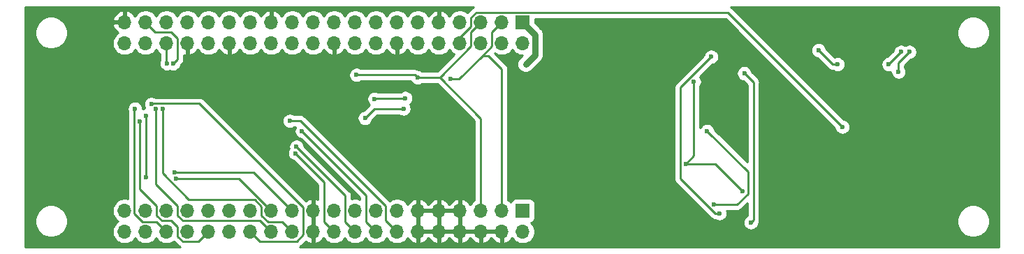
<source format=gbr>
G04 #@! TF.GenerationSoftware,KiCad,Pcbnew,5.1.6-c6e7f7d~87~ubuntu18.04.1*
G04 #@! TF.CreationDate,2020-12-02T03:09:43+01:00*
G04 #@! TF.ProjectId,zynthian_zynaptik,7a796e74-6869-4616-9e5f-7a796e617074,1.0*
G04 #@! TF.SameCoordinates,Original*
G04 #@! TF.FileFunction,Copper,L2,Bot*
G04 #@! TF.FilePolarity,Positive*
%FSLAX46Y46*%
G04 Gerber Fmt 4.6, Leading zero omitted, Abs format (unit mm)*
G04 Created by KiCad (PCBNEW 5.1.6-c6e7f7d~87~ubuntu18.04.1) date 2020-12-02 03:09:43*
%MOMM*%
%LPD*%
G01*
G04 APERTURE LIST*
G04 #@! TA.AperFunction,ComponentPad*
%ADD10O,1.700000X1.700000*%
G04 #@! TD*
G04 #@! TA.AperFunction,ComponentPad*
%ADD11R,1.700000X1.700000*%
G04 #@! TD*
G04 #@! TA.AperFunction,ViaPad*
%ADD12C,0.600000*%
G04 #@! TD*
G04 #@! TA.AperFunction,Conductor*
%ADD13C,0.250000*%
G04 #@! TD*
G04 #@! TA.AperFunction,Conductor*
%ADD14C,0.800000*%
G04 #@! TD*
G04 #@! TA.AperFunction,Conductor*
%ADD15C,0.254000*%
G04 #@! TD*
G04 APERTURE END LIST*
D10*
X70485000Y-106045000D03*
X70485000Y-103505000D03*
X73025000Y-106045000D03*
X73025000Y-103505000D03*
X75565000Y-106045000D03*
X75565000Y-103505000D03*
X78105000Y-106045000D03*
X78105000Y-103505000D03*
X80645000Y-106045000D03*
X80645000Y-103505000D03*
X83185000Y-106045000D03*
X83185000Y-103505000D03*
X85725000Y-106045000D03*
X85725000Y-103505000D03*
X88265000Y-106045000D03*
X88265000Y-103505000D03*
X90805000Y-106045000D03*
X90805000Y-103505000D03*
X93345000Y-106045000D03*
X93345000Y-103505000D03*
X95885000Y-106045000D03*
X95885000Y-103505000D03*
X98425000Y-106045000D03*
X98425000Y-103505000D03*
X100965000Y-106045000D03*
X100965000Y-103505000D03*
X103505000Y-106045000D03*
X103505000Y-103505000D03*
X106045000Y-106045000D03*
X106045000Y-103505000D03*
X108585000Y-106045000D03*
X108585000Y-103505000D03*
X111125000Y-106045000D03*
X111125000Y-103505000D03*
X113665000Y-106045000D03*
X113665000Y-103505000D03*
X116205000Y-106045000D03*
X116205000Y-103505000D03*
X118745000Y-106045000D03*
D11*
X118745000Y-103505000D03*
X118745000Y-126365000D03*
D10*
X118745000Y-128905000D03*
X116205000Y-126365000D03*
X116205000Y-128905000D03*
X113665000Y-126365000D03*
X113665000Y-128905000D03*
X111125000Y-126365000D03*
X111125000Y-128905000D03*
X108585000Y-126365000D03*
X108585000Y-128905000D03*
X106045000Y-126365000D03*
X106045000Y-128905000D03*
X103505000Y-126365000D03*
X103505000Y-128905000D03*
X100965000Y-126365000D03*
X100965000Y-128905000D03*
X98425000Y-126365000D03*
X98425000Y-128905000D03*
X95885000Y-126365000D03*
X95885000Y-128905000D03*
X93345000Y-126365000D03*
X93345000Y-128905000D03*
X90805000Y-126365000D03*
X90805000Y-128905000D03*
X88265000Y-126365000D03*
X88265000Y-128905000D03*
X85725000Y-126365000D03*
X85725000Y-128905000D03*
X83185000Y-126365000D03*
X83185000Y-128905000D03*
X80645000Y-126365000D03*
X80645000Y-128905000D03*
X78105000Y-126365000D03*
X78105000Y-128905000D03*
X75565000Y-126365000D03*
X75565000Y-128905000D03*
X73025000Y-126365000D03*
X73025000Y-128905000D03*
X70485000Y-126365000D03*
X70485000Y-128905000D03*
D12*
X141900000Y-125600000D03*
X141100000Y-116700000D03*
X146400000Y-127800000D03*
X145600000Y-109700000D03*
X76400000Y-108500000D03*
X75600000Y-108500000D03*
X106000000Y-110200000D03*
X98592311Y-109892311D03*
X110000000Y-110400000D03*
X90525000Y-115462707D03*
X92000000Y-116700000D03*
X91325010Y-118609826D03*
X91200000Y-119400000D03*
X138500000Y-120700000D03*
X139500000Y-110700000D03*
X145400000Y-124000001D03*
X157500000Y-116200000D03*
X119100000Y-108600000D03*
X76686941Y-122475000D03*
X75100000Y-114000000D03*
X76510757Y-121694641D03*
X74299997Y-114000000D03*
X73725001Y-113438394D03*
X73100000Y-122300000D03*
X73050000Y-114900000D03*
X72300000Y-115500000D03*
X71750000Y-114000000D03*
X142600000Y-126700000D03*
X141600000Y-107700000D03*
X156900000Y-108600000D03*
X154600000Y-106900000D03*
X164291353Y-109508647D03*
X165600000Y-107100000D03*
X163100000Y-108600000D03*
X164600000Y-107100000D03*
X104500000Y-112700000D03*
X100800000Y-112800000D03*
X104300000Y-114000000D03*
X99625000Y-115125000D03*
D13*
X146025001Y-121625001D02*
X141100000Y-116700000D01*
X146025001Y-124300002D02*
X146025001Y-121625001D01*
X141900000Y-125600000D02*
X144725003Y-125600000D01*
X144725003Y-125600000D02*
X146025001Y-124300002D01*
X146699999Y-110799999D02*
X145600000Y-109700000D01*
X146400000Y-127800000D02*
X146699999Y-127500001D01*
X146699999Y-127500001D02*
X146699999Y-110799999D01*
X76929999Y-107970001D02*
X76400000Y-108500000D01*
X76929999Y-105480999D02*
X76929999Y-107970001D01*
X76129001Y-104680001D02*
X76929999Y-105480999D01*
X73025000Y-103505000D02*
X74200001Y-104680001D01*
X74200001Y-104680001D02*
X76129001Y-104680001D01*
X75565000Y-106045000D02*
X75565000Y-108465000D01*
X75565000Y-108465000D02*
X75600000Y-108500000D01*
X108709002Y-110200000D02*
X106000000Y-110200000D01*
X112489999Y-106419003D02*
X108709002Y-110200000D01*
X113665000Y-103505000D02*
X112489999Y-104680001D01*
X112489999Y-104680001D02*
X112489999Y-106419003D01*
X113665000Y-115155998D02*
X108709002Y-110200000D01*
X113665000Y-126365000D02*
X113665000Y-115155998D01*
X105692311Y-109892311D02*
X106000000Y-110200000D01*
X98592311Y-109892311D02*
X105692311Y-109892311D01*
X111049002Y-110400000D02*
X110000000Y-110400000D01*
X116205000Y-103505000D02*
X115029999Y-104680001D01*
X115029999Y-104680001D02*
X115029999Y-106419003D01*
X116205000Y-109196000D02*
X114583501Y-107574501D01*
X116205000Y-126365000D02*
X116205000Y-109196000D01*
X114583501Y-107574501D02*
X113874501Y-107574501D01*
X115029999Y-106419003D02*
X113874501Y-107574501D01*
X113874501Y-107574501D02*
X111049002Y-110400000D01*
X102140001Y-127540001D02*
X103505000Y-128905000D01*
X102140001Y-125800999D02*
X102140001Y-127540001D01*
X91801709Y-115462707D02*
X102140001Y-125800999D01*
X90525000Y-115462707D02*
X91801709Y-115462707D01*
X99789999Y-127729999D02*
X100965000Y-128905000D01*
X99789999Y-124489999D02*
X99789999Y-127729999D01*
X92000000Y-116700000D02*
X99789999Y-124489999D01*
X97249999Y-127729999D02*
X98425000Y-128905000D01*
X97249999Y-124534815D02*
X97249999Y-127729999D01*
X91325010Y-118609826D02*
X97249999Y-124534815D01*
X94709999Y-127729999D02*
X95885000Y-128905000D01*
X94709999Y-122909999D02*
X94709999Y-127729999D01*
X91200000Y-119400000D02*
X94709999Y-122909999D01*
X138500000Y-120700000D02*
X139500000Y-119700000D01*
X139500000Y-119700000D02*
X139500000Y-110700000D01*
X138500000Y-120700000D02*
X142099999Y-120700000D01*
X142099999Y-120700000D02*
X145400000Y-124000001D01*
X111125000Y-106045000D02*
X111125000Y-105408590D01*
X112489999Y-104043591D02*
X112489999Y-102940999D01*
X112489999Y-102940999D02*
X113100999Y-102329999D01*
X113100999Y-102329999D02*
X143629999Y-102329999D01*
X111125000Y-105408590D02*
X112489999Y-104043591D01*
X143629999Y-102329999D02*
X157500000Y-116200000D01*
D14*
X120245001Y-107454999D02*
X119100000Y-108600000D01*
X118745000Y-103505000D02*
X120245001Y-105005001D01*
X120245001Y-105005001D02*
X120245001Y-107454999D01*
D13*
X84375000Y-122475000D02*
X88265000Y-126365000D01*
X76686941Y-122475000D02*
X84375000Y-122475000D01*
X87890997Y-127729999D02*
X89629999Y-127729999D01*
X87089999Y-126929001D02*
X87890997Y-127729999D01*
X87089999Y-125826409D02*
X87089999Y-126929001D01*
X86263590Y-125000000D02*
X87089999Y-125826409D01*
X78286939Y-125000000D02*
X86263590Y-125000000D01*
X89629999Y-127729999D02*
X90805000Y-128905000D01*
X75100000Y-121813061D02*
X78286939Y-125000000D01*
X75100000Y-114000000D02*
X75100000Y-121813061D01*
X86134641Y-121694641D02*
X90805000Y-126365000D01*
X76510757Y-121694641D02*
X86134641Y-121694641D01*
X86900001Y-127540001D02*
X88265000Y-128905000D01*
X77540999Y-127540001D02*
X86900001Y-127540001D01*
X76929999Y-126929001D02*
X77540999Y-127540001D01*
X76929999Y-125800999D02*
X76929999Y-126929001D01*
X74299997Y-123170997D02*
X76929999Y-125800999D01*
X74299997Y-114000000D02*
X74299997Y-123170997D01*
X86900001Y-130080001D02*
X91369001Y-130080001D01*
X92169999Y-129279003D02*
X92169999Y-125990997D01*
X85725000Y-128905000D02*
X86900001Y-130080001D01*
X91369001Y-130080001D02*
X92169999Y-129279003D01*
X92169999Y-125990997D02*
X79554001Y-113374999D01*
X79554001Y-113374999D02*
X73999996Y-113374999D01*
X73100000Y-122300000D02*
X73100000Y-114950000D01*
X73100000Y-114950000D02*
X73050000Y-114900000D01*
X72300000Y-123711000D02*
X72300000Y-115500000D01*
X74389999Y-125800999D02*
X72300000Y-123711000D01*
X74389999Y-126929001D02*
X74389999Y-125800999D01*
X75000999Y-127540001D02*
X74389999Y-126929001D01*
X76929999Y-129469001D02*
X76929999Y-128340999D01*
X80645000Y-128905000D02*
X79469999Y-130080001D01*
X79469999Y-130080001D02*
X77540999Y-130080001D01*
X77540999Y-130080001D02*
X76929999Y-129469001D01*
X76929999Y-128340999D02*
X76129001Y-127540001D01*
X76129001Y-127540001D02*
X75000999Y-127540001D01*
X71660001Y-114089999D02*
X71750000Y-114000000D01*
X71660001Y-126739003D02*
X71660001Y-114089999D01*
X72650997Y-127729999D02*
X71660001Y-126739003D01*
X75565000Y-128905000D02*
X74389999Y-127729999D01*
X74389999Y-127729999D02*
X72650997Y-127729999D01*
X137874999Y-111425001D02*
X141600000Y-107700000D01*
X137874999Y-122500001D02*
X137874999Y-111425001D01*
X142600000Y-126700000D02*
X142074998Y-126700000D01*
X142074998Y-126700000D02*
X137874999Y-122500001D01*
X156900000Y-108600000D02*
X156300000Y-108600000D01*
X156300000Y-108600000D02*
X154600000Y-106900000D01*
X164291353Y-109508647D02*
X164291353Y-108408647D01*
X164291353Y-108408647D02*
X165600000Y-107100000D01*
X163100000Y-108600000D02*
X164600000Y-107100000D01*
X104500000Y-112700000D02*
X100900000Y-112700000D01*
X100900000Y-112700000D02*
X100800000Y-112800000D01*
X100750000Y-114000000D02*
X99625000Y-115125000D01*
X104300000Y-114000000D02*
X100750000Y-114000000D01*
D15*
G36*
X112676723Y-101695025D02*
G01*
X112676721Y-101695026D01*
X112676722Y-101695026D01*
X112589995Y-101766200D01*
X112589991Y-101766204D01*
X112560998Y-101789998D01*
X112537204Y-101818991D01*
X112031492Y-102324704D01*
X111828411Y-102189010D01*
X111558158Y-102077068D01*
X111271260Y-102020000D01*
X110978740Y-102020000D01*
X110691842Y-102077068D01*
X110421589Y-102189010D01*
X110178368Y-102351525D01*
X109971525Y-102558368D01*
X109849805Y-102740534D01*
X109780178Y-102623645D01*
X109585269Y-102407412D01*
X109351920Y-102233359D01*
X109089099Y-102108175D01*
X108941890Y-102063524D01*
X108712000Y-102184845D01*
X108712000Y-103378000D01*
X108732000Y-103378000D01*
X108732000Y-103632000D01*
X108712000Y-103632000D01*
X108712000Y-103652000D01*
X108458000Y-103652000D01*
X108458000Y-103632000D01*
X108438000Y-103632000D01*
X108438000Y-103378000D01*
X108458000Y-103378000D01*
X108458000Y-102184845D01*
X108228110Y-102063524D01*
X108080901Y-102108175D01*
X107818080Y-102233359D01*
X107584731Y-102407412D01*
X107389822Y-102623645D01*
X107320195Y-102740534D01*
X107198475Y-102558368D01*
X106991632Y-102351525D01*
X106748411Y-102189010D01*
X106478158Y-102077068D01*
X106191260Y-102020000D01*
X105898740Y-102020000D01*
X105611842Y-102077068D01*
X105341589Y-102189010D01*
X105098368Y-102351525D01*
X104891525Y-102558368D01*
X104775000Y-102732760D01*
X104658475Y-102558368D01*
X104451632Y-102351525D01*
X104208411Y-102189010D01*
X103938158Y-102077068D01*
X103651260Y-102020000D01*
X103358740Y-102020000D01*
X103071842Y-102077068D01*
X102801589Y-102189010D01*
X102558368Y-102351525D01*
X102351525Y-102558368D01*
X102235000Y-102732760D01*
X102118475Y-102558368D01*
X101911632Y-102351525D01*
X101668411Y-102189010D01*
X101398158Y-102077068D01*
X101111260Y-102020000D01*
X100818740Y-102020000D01*
X100531842Y-102077068D01*
X100261589Y-102189010D01*
X100018368Y-102351525D01*
X99811525Y-102558368D01*
X99695000Y-102732760D01*
X99578475Y-102558368D01*
X99371632Y-102351525D01*
X99128411Y-102189010D01*
X98858158Y-102077068D01*
X98571260Y-102020000D01*
X98278740Y-102020000D01*
X97991842Y-102077068D01*
X97721589Y-102189010D01*
X97478368Y-102351525D01*
X97271525Y-102558368D01*
X97155000Y-102732760D01*
X97038475Y-102558368D01*
X96831632Y-102351525D01*
X96588411Y-102189010D01*
X96318158Y-102077068D01*
X96031260Y-102020000D01*
X95738740Y-102020000D01*
X95451842Y-102077068D01*
X95181589Y-102189010D01*
X94938368Y-102351525D01*
X94731525Y-102558368D01*
X94615000Y-102732760D01*
X94498475Y-102558368D01*
X94291632Y-102351525D01*
X94048411Y-102189010D01*
X93778158Y-102077068D01*
X93491260Y-102020000D01*
X93198740Y-102020000D01*
X92911842Y-102077068D01*
X92641589Y-102189010D01*
X92398368Y-102351525D01*
X92191525Y-102558368D01*
X92075000Y-102732760D01*
X91958475Y-102558368D01*
X91751632Y-102351525D01*
X91508411Y-102189010D01*
X91238158Y-102077068D01*
X90951260Y-102020000D01*
X90658740Y-102020000D01*
X90371842Y-102077068D01*
X90101589Y-102189010D01*
X89858368Y-102351525D01*
X89651525Y-102558368D01*
X89529805Y-102740534D01*
X89460178Y-102623645D01*
X89265269Y-102407412D01*
X89031920Y-102233359D01*
X88769099Y-102108175D01*
X88621890Y-102063524D01*
X88392000Y-102184845D01*
X88392000Y-103378000D01*
X88412000Y-103378000D01*
X88412000Y-103632000D01*
X88392000Y-103632000D01*
X88392000Y-103652000D01*
X88138000Y-103652000D01*
X88138000Y-103632000D01*
X88118000Y-103632000D01*
X88118000Y-103378000D01*
X88138000Y-103378000D01*
X88138000Y-102184845D01*
X87908110Y-102063524D01*
X87760901Y-102108175D01*
X87498080Y-102233359D01*
X87264731Y-102407412D01*
X87069822Y-102623645D01*
X87000195Y-102740534D01*
X86878475Y-102558368D01*
X86671632Y-102351525D01*
X86428411Y-102189010D01*
X86158158Y-102077068D01*
X85871260Y-102020000D01*
X85578740Y-102020000D01*
X85291842Y-102077068D01*
X85021589Y-102189010D01*
X84778368Y-102351525D01*
X84571525Y-102558368D01*
X84455000Y-102732760D01*
X84338475Y-102558368D01*
X84131632Y-102351525D01*
X83888411Y-102189010D01*
X83618158Y-102077068D01*
X83331260Y-102020000D01*
X83038740Y-102020000D01*
X82751842Y-102077068D01*
X82481589Y-102189010D01*
X82238368Y-102351525D01*
X82031525Y-102558368D01*
X81915000Y-102732760D01*
X81798475Y-102558368D01*
X81591632Y-102351525D01*
X81348411Y-102189010D01*
X81078158Y-102077068D01*
X80791260Y-102020000D01*
X80498740Y-102020000D01*
X80211842Y-102077068D01*
X79941589Y-102189010D01*
X79698368Y-102351525D01*
X79491525Y-102558368D01*
X79375000Y-102732760D01*
X79258475Y-102558368D01*
X79051632Y-102351525D01*
X78808411Y-102189010D01*
X78538158Y-102077068D01*
X78251260Y-102020000D01*
X77958740Y-102020000D01*
X77671842Y-102077068D01*
X77401589Y-102189010D01*
X77158368Y-102351525D01*
X76951525Y-102558368D01*
X76835000Y-102732760D01*
X76718475Y-102558368D01*
X76511632Y-102351525D01*
X76268411Y-102189010D01*
X75998158Y-102077068D01*
X75711260Y-102020000D01*
X75418740Y-102020000D01*
X75131842Y-102077068D01*
X74861589Y-102189010D01*
X74618368Y-102351525D01*
X74411525Y-102558368D01*
X74295000Y-102732760D01*
X74178475Y-102558368D01*
X73971632Y-102351525D01*
X73728411Y-102189010D01*
X73458158Y-102077068D01*
X73171260Y-102020000D01*
X72878740Y-102020000D01*
X72591842Y-102077068D01*
X72321589Y-102189010D01*
X72078368Y-102351525D01*
X71871525Y-102558368D01*
X71749805Y-102740534D01*
X71680178Y-102623645D01*
X71485269Y-102407412D01*
X71251920Y-102233359D01*
X70989099Y-102108175D01*
X70841890Y-102063524D01*
X70612000Y-102184845D01*
X70612000Y-103378000D01*
X70632000Y-103378000D01*
X70632000Y-103632000D01*
X70612000Y-103632000D01*
X70612000Y-103652000D01*
X70358000Y-103652000D01*
X70358000Y-103632000D01*
X69164186Y-103632000D01*
X69043519Y-103861891D01*
X69140843Y-104136252D01*
X69289822Y-104386355D01*
X69484731Y-104602588D01*
X69714406Y-104773900D01*
X69538368Y-104891525D01*
X69331525Y-105098368D01*
X69169010Y-105341589D01*
X69057068Y-105611842D01*
X69000000Y-105898740D01*
X69000000Y-106191260D01*
X69057068Y-106478158D01*
X69169010Y-106748411D01*
X69331525Y-106991632D01*
X69538368Y-107198475D01*
X69781589Y-107360990D01*
X70051842Y-107472932D01*
X70338740Y-107530000D01*
X70631260Y-107530000D01*
X70918158Y-107472932D01*
X71188411Y-107360990D01*
X71431632Y-107198475D01*
X71638475Y-106991632D01*
X71755000Y-106817240D01*
X71871525Y-106991632D01*
X72078368Y-107198475D01*
X72321589Y-107360990D01*
X72591842Y-107472932D01*
X72878740Y-107530000D01*
X73171260Y-107530000D01*
X73458158Y-107472932D01*
X73728411Y-107360990D01*
X73971632Y-107198475D01*
X74178475Y-106991632D01*
X74295000Y-106817240D01*
X74411525Y-106991632D01*
X74618368Y-107198475D01*
X74805001Y-107323179D01*
X74805001Y-108006845D01*
X74771414Y-108057111D01*
X74700932Y-108227271D01*
X74665000Y-108407911D01*
X74665000Y-108592089D01*
X74700932Y-108772729D01*
X74771414Y-108942889D01*
X74873738Y-109096028D01*
X75003972Y-109226262D01*
X75157111Y-109328586D01*
X75327271Y-109399068D01*
X75507911Y-109435000D01*
X75692089Y-109435000D01*
X75872729Y-109399068D01*
X76000000Y-109346351D01*
X76127271Y-109399068D01*
X76307911Y-109435000D01*
X76492089Y-109435000D01*
X76672729Y-109399068D01*
X76842889Y-109328586D01*
X76996028Y-109226262D01*
X77126262Y-109096028D01*
X77228586Y-108942889D01*
X77299068Y-108772729D01*
X77323153Y-108651649D01*
X77441001Y-108533801D01*
X77470000Y-108510002D01*
X77564973Y-108394277D01*
X77635545Y-108262248D01*
X77679002Y-108118987D01*
X77689999Y-108007334D01*
X77689999Y-108007326D01*
X77693675Y-107970001D01*
X77689999Y-107932676D01*
X77689999Y-107468850D01*
X77748110Y-107486476D01*
X77978000Y-107365155D01*
X77978000Y-106172000D01*
X77958000Y-106172000D01*
X77958000Y-105918000D01*
X77978000Y-105918000D01*
X77978000Y-105898000D01*
X78232000Y-105898000D01*
X78232000Y-105918000D01*
X78252000Y-105918000D01*
X78252000Y-106172000D01*
X78232000Y-106172000D01*
X78232000Y-107365155D01*
X78461890Y-107486476D01*
X78609099Y-107441825D01*
X78871920Y-107316641D01*
X79105269Y-107142588D01*
X79300178Y-106926355D01*
X79369805Y-106809466D01*
X79491525Y-106991632D01*
X79698368Y-107198475D01*
X79941589Y-107360990D01*
X80211842Y-107472932D01*
X80498740Y-107530000D01*
X80791260Y-107530000D01*
X81078158Y-107472932D01*
X81348411Y-107360990D01*
X81591632Y-107198475D01*
X81798475Y-106991632D01*
X81920195Y-106809466D01*
X81989822Y-106926355D01*
X82184731Y-107142588D01*
X82418080Y-107316641D01*
X82680901Y-107441825D01*
X82828110Y-107486476D01*
X83058000Y-107365155D01*
X83058000Y-106172000D01*
X83038000Y-106172000D01*
X83038000Y-105918000D01*
X83058000Y-105918000D01*
X83058000Y-105898000D01*
X83312000Y-105898000D01*
X83312000Y-105918000D01*
X83332000Y-105918000D01*
X83332000Y-106172000D01*
X83312000Y-106172000D01*
X83312000Y-107365155D01*
X83541890Y-107486476D01*
X83689099Y-107441825D01*
X83951920Y-107316641D01*
X84185269Y-107142588D01*
X84380178Y-106926355D01*
X84449805Y-106809466D01*
X84571525Y-106991632D01*
X84778368Y-107198475D01*
X85021589Y-107360990D01*
X85291842Y-107472932D01*
X85578740Y-107530000D01*
X85871260Y-107530000D01*
X86158158Y-107472932D01*
X86428411Y-107360990D01*
X86671632Y-107198475D01*
X86878475Y-106991632D01*
X86995000Y-106817240D01*
X87111525Y-106991632D01*
X87318368Y-107198475D01*
X87561589Y-107360990D01*
X87831842Y-107472932D01*
X88118740Y-107530000D01*
X88411260Y-107530000D01*
X88698158Y-107472932D01*
X88968411Y-107360990D01*
X89211632Y-107198475D01*
X89418475Y-106991632D01*
X89535000Y-106817240D01*
X89651525Y-106991632D01*
X89858368Y-107198475D01*
X90101589Y-107360990D01*
X90371842Y-107472932D01*
X90658740Y-107530000D01*
X90951260Y-107530000D01*
X91238158Y-107472932D01*
X91508411Y-107360990D01*
X91751632Y-107198475D01*
X91958475Y-106991632D01*
X92075000Y-106817240D01*
X92191525Y-106991632D01*
X92398368Y-107198475D01*
X92641589Y-107360990D01*
X92911842Y-107472932D01*
X93198740Y-107530000D01*
X93491260Y-107530000D01*
X93778158Y-107472932D01*
X94048411Y-107360990D01*
X94291632Y-107198475D01*
X94498475Y-106991632D01*
X94620195Y-106809466D01*
X94689822Y-106926355D01*
X94884731Y-107142588D01*
X95118080Y-107316641D01*
X95380901Y-107441825D01*
X95528110Y-107486476D01*
X95758000Y-107365155D01*
X95758000Y-106172000D01*
X95738000Y-106172000D01*
X95738000Y-105918000D01*
X95758000Y-105918000D01*
X95758000Y-105898000D01*
X96012000Y-105898000D01*
X96012000Y-105918000D01*
X96032000Y-105918000D01*
X96032000Y-106172000D01*
X96012000Y-106172000D01*
X96012000Y-107365155D01*
X96241890Y-107486476D01*
X96389099Y-107441825D01*
X96651920Y-107316641D01*
X96885269Y-107142588D01*
X97080178Y-106926355D01*
X97149805Y-106809466D01*
X97271525Y-106991632D01*
X97478368Y-107198475D01*
X97721589Y-107360990D01*
X97991842Y-107472932D01*
X98278740Y-107530000D01*
X98571260Y-107530000D01*
X98858158Y-107472932D01*
X99128411Y-107360990D01*
X99371632Y-107198475D01*
X99578475Y-106991632D01*
X99695000Y-106817240D01*
X99811525Y-106991632D01*
X100018368Y-107198475D01*
X100261589Y-107360990D01*
X100531842Y-107472932D01*
X100818740Y-107530000D01*
X101111260Y-107530000D01*
X101398158Y-107472932D01*
X101668411Y-107360990D01*
X101911632Y-107198475D01*
X102118475Y-106991632D01*
X102240195Y-106809466D01*
X102309822Y-106926355D01*
X102504731Y-107142588D01*
X102738080Y-107316641D01*
X103000901Y-107441825D01*
X103148110Y-107486476D01*
X103378000Y-107365155D01*
X103378000Y-106172000D01*
X103358000Y-106172000D01*
X103358000Y-105918000D01*
X103378000Y-105918000D01*
X103378000Y-105898000D01*
X103632000Y-105898000D01*
X103632000Y-105918000D01*
X103652000Y-105918000D01*
X103652000Y-106172000D01*
X103632000Y-106172000D01*
X103632000Y-107365155D01*
X103861890Y-107486476D01*
X104009099Y-107441825D01*
X104271920Y-107316641D01*
X104505269Y-107142588D01*
X104700178Y-106926355D01*
X104769805Y-106809466D01*
X104891525Y-106991632D01*
X105098368Y-107198475D01*
X105341589Y-107360990D01*
X105611842Y-107472932D01*
X105898740Y-107530000D01*
X106191260Y-107530000D01*
X106478158Y-107472932D01*
X106748411Y-107360990D01*
X106991632Y-107198475D01*
X107198475Y-106991632D01*
X107315000Y-106817240D01*
X107431525Y-106991632D01*
X107638368Y-107198475D01*
X107881589Y-107360990D01*
X108151842Y-107472932D01*
X108438740Y-107530000D01*
X108731260Y-107530000D01*
X109018158Y-107472932D01*
X109288411Y-107360990D01*
X109531632Y-107198475D01*
X109738475Y-106991632D01*
X109855000Y-106817240D01*
X109971525Y-106991632D01*
X110178368Y-107198475D01*
X110421589Y-107360990D01*
X110458091Y-107376110D01*
X108394201Y-109440000D01*
X106545535Y-109440000D01*
X106442889Y-109371414D01*
X106272729Y-109300932D01*
X106136749Y-109273884D01*
X106116587Y-109257337D01*
X105984558Y-109186765D01*
X105841297Y-109143308D01*
X105729644Y-109132311D01*
X105729633Y-109132311D01*
X105692311Y-109128635D01*
X105654989Y-109132311D01*
X99137846Y-109132311D01*
X99035200Y-109063725D01*
X98865040Y-108993243D01*
X98684400Y-108957311D01*
X98500222Y-108957311D01*
X98319582Y-108993243D01*
X98149422Y-109063725D01*
X97996283Y-109166049D01*
X97866049Y-109296283D01*
X97763725Y-109449422D01*
X97693243Y-109619582D01*
X97657311Y-109800222D01*
X97657311Y-109984400D01*
X97693243Y-110165040D01*
X97763725Y-110335200D01*
X97866049Y-110488339D01*
X97996283Y-110618573D01*
X98149422Y-110720897D01*
X98319582Y-110791379D01*
X98500222Y-110827311D01*
X98684400Y-110827311D01*
X98865040Y-110791379D01*
X99035200Y-110720897D01*
X99137846Y-110652311D01*
X105177710Y-110652311D01*
X105273738Y-110796028D01*
X105403972Y-110926262D01*
X105557111Y-111028586D01*
X105727271Y-111099068D01*
X105907911Y-111135000D01*
X106092089Y-111135000D01*
X106272729Y-111099068D01*
X106442889Y-111028586D01*
X106545535Y-110960000D01*
X108394201Y-110960000D01*
X112905001Y-115470801D01*
X112905000Y-125086821D01*
X112718368Y-125211525D01*
X112511525Y-125418368D01*
X112389805Y-125600534D01*
X112320178Y-125483645D01*
X112125269Y-125267412D01*
X111891920Y-125093359D01*
X111629099Y-124968175D01*
X111481890Y-124923524D01*
X111252000Y-125044845D01*
X111252000Y-126238000D01*
X111272000Y-126238000D01*
X111272000Y-126492000D01*
X111252000Y-126492000D01*
X111252000Y-128778000D01*
X113538000Y-128778000D01*
X113538000Y-128758000D01*
X113792000Y-128758000D01*
X113792000Y-128778000D01*
X116078000Y-128778000D01*
X116078000Y-128758000D01*
X116332000Y-128758000D01*
X116332000Y-128778000D01*
X116352000Y-128778000D01*
X116352000Y-129032000D01*
X116332000Y-129032000D01*
X116332000Y-130225155D01*
X116561890Y-130346476D01*
X116709099Y-130301825D01*
X116971920Y-130176641D01*
X117205269Y-130002588D01*
X117400178Y-129786355D01*
X117469805Y-129669466D01*
X117591525Y-129851632D01*
X117798368Y-130058475D01*
X118041589Y-130220990D01*
X118311842Y-130332932D01*
X118598740Y-130390000D01*
X118891260Y-130390000D01*
X119178158Y-130332932D01*
X119448411Y-130220990D01*
X119691632Y-130058475D01*
X119898475Y-129851632D01*
X120060990Y-129608411D01*
X120172932Y-129338158D01*
X120230000Y-129051260D01*
X120230000Y-128758740D01*
X120172932Y-128471842D01*
X120060990Y-128201589D01*
X119898475Y-127958368D01*
X119766620Y-127826513D01*
X119839180Y-127804502D01*
X119949494Y-127745537D01*
X120046185Y-127666185D01*
X120125537Y-127569494D01*
X120184502Y-127459180D01*
X120220812Y-127339482D01*
X120233072Y-127215000D01*
X120233072Y-125515000D01*
X120220812Y-125390518D01*
X120184502Y-125270820D01*
X120125537Y-125160506D01*
X120046185Y-125063815D01*
X119949494Y-124984463D01*
X119839180Y-124925498D01*
X119719482Y-124889188D01*
X119595000Y-124876928D01*
X117895000Y-124876928D01*
X117770518Y-124889188D01*
X117650820Y-124925498D01*
X117540506Y-124984463D01*
X117443815Y-125063815D01*
X117364463Y-125160506D01*
X117305498Y-125270820D01*
X117283487Y-125343380D01*
X117151632Y-125211525D01*
X116965000Y-125086822D01*
X116965000Y-111425001D01*
X137111323Y-111425001D01*
X137115000Y-111462333D01*
X137114999Y-122462679D01*
X137111323Y-122500001D01*
X137114999Y-122537323D01*
X137114999Y-122537333D01*
X137125996Y-122648986D01*
X137169453Y-122792247D01*
X137240025Y-122924277D01*
X137270982Y-122961998D01*
X137334998Y-123040002D01*
X137364002Y-123063805D01*
X141511199Y-127211003D01*
X141534997Y-127240001D01*
X141563995Y-127263799D01*
X141650722Y-127334974D01*
X141782751Y-127405546D01*
X141926012Y-127449003D01*
X142057369Y-127461941D01*
X142157111Y-127528586D01*
X142327271Y-127599068D01*
X142507911Y-127635000D01*
X142692089Y-127635000D01*
X142872729Y-127599068D01*
X143042889Y-127528586D01*
X143196028Y-127426262D01*
X143326262Y-127296028D01*
X143428586Y-127142889D01*
X143499068Y-126972729D01*
X143535000Y-126792089D01*
X143535000Y-126607911D01*
X143499068Y-126427271D01*
X143471204Y-126360000D01*
X144687681Y-126360000D01*
X144725003Y-126363676D01*
X144762325Y-126360000D01*
X144762336Y-126360000D01*
X144873989Y-126349003D01*
X145017250Y-126305546D01*
X145149279Y-126234974D01*
X145265004Y-126140001D01*
X145288807Y-126110997D01*
X145939999Y-125459805D01*
X145939999Y-126982848D01*
X145803972Y-127073738D01*
X145673738Y-127203972D01*
X145571414Y-127357111D01*
X145500932Y-127527271D01*
X145465000Y-127707911D01*
X145465000Y-127892089D01*
X145500932Y-128072729D01*
X145571414Y-128242889D01*
X145673738Y-128396028D01*
X145803972Y-128526262D01*
X145957111Y-128628586D01*
X146127271Y-128699068D01*
X146307911Y-128735000D01*
X146492089Y-128735000D01*
X146672729Y-128699068D01*
X146842889Y-128628586D01*
X146996028Y-128526262D01*
X147126262Y-128396028D01*
X147228586Y-128242889D01*
X147299068Y-128072729D01*
X147326558Y-127934531D01*
X147334973Y-127924277D01*
X147405545Y-127792248D01*
X147449002Y-127648987D01*
X147459999Y-127537334D01*
X147459999Y-127537326D01*
X147463675Y-127500001D01*
X147459999Y-127462676D01*
X147459999Y-127439495D01*
X171370000Y-127439495D01*
X171370000Y-127830505D01*
X171446282Y-128214003D01*
X171595915Y-128575250D01*
X171813149Y-128900364D01*
X172089636Y-129176851D01*
X172414750Y-129394085D01*
X172775997Y-129543718D01*
X173159495Y-129620000D01*
X173550505Y-129620000D01*
X173934003Y-129543718D01*
X174295250Y-129394085D01*
X174620364Y-129176851D01*
X174896851Y-128900364D01*
X175114085Y-128575250D01*
X175263718Y-128214003D01*
X175340000Y-127830505D01*
X175340000Y-127439495D01*
X175263718Y-127055997D01*
X175114085Y-126694750D01*
X174896851Y-126369636D01*
X174620364Y-126093149D01*
X174295250Y-125875915D01*
X173934003Y-125726282D01*
X173550505Y-125650000D01*
X173159495Y-125650000D01*
X172775997Y-125726282D01*
X172414750Y-125875915D01*
X172089636Y-126093149D01*
X171813149Y-126369636D01*
X171595915Y-126694750D01*
X171446282Y-127055997D01*
X171370000Y-127439495D01*
X147459999Y-127439495D01*
X147459999Y-110837332D01*
X147463676Y-110799999D01*
X147449002Y-110651013D01*
X147405545Y-110507752D01*
X147334973Y-110375723D01*
X147263798Y-110288996D01*
X147240000Y-110259998D01*
X147211002Y-110236200D01*
X146523153Y-109548351D01*
X146499068Y-109427271D01*
X146428586Y-109257111D01*
X146326262Y-109103972D01*
X146196028Y-108973738D01*
X146042889Y-108871414D01*
X145872729Y-108800932D01*
X145692089Y-108765000D01*
X145507911Y-108765000D01*
X145327271Y-108800932D01*
X145157111Y-108871414D01*
X145003972Y-108973738D01*
X144873738Y-109103972D01*
X144771414Y-109257111D01*
X144700932Y-109427271D01*
X144665000Y-109607911D01*
X144665000Y-109792089D01*
X144700932Y-109972729D01*
X144771414Y-110142889D01*
X144873738Y-110296028D01*
X145003972Y-110426262D01*
X145157111Y-110528586D01*
X145327271Y-110599068D01*
X145448351Y-110623153D01*
X145940000Y-111114802D01*
X145939999Y-120465198D01*
X142023153Y-116548352D01*
X141999068Y-116427271D01*
X141928586Y-116257111D01*
X141826262Y-116103972D01*
X141696028Y-115973738D01*
X141542889Y-115871414D01*
X141372729Y-115800932D01*
X141192089Y-115765000D01*
X141007911Y-115765000D01*
X140827271Y-115800932D01*
X140657111Y-115871414D01*
X140503972Y-115973738D01*
X140373738Y-116103972D01*
X140271414Y-116257111D01*
X140260000Y-116284667D01*
X140260000Y-111245535D01*
X140328586Y-111142889D01*
X140399068Y-110972729D01*
X140435000Y-110792089D01*
X140435000Y-110607911D01*
X140399068Y-110427271D01*
X140328586Y-110257111D01*
X140244113Y-110130688D01*
X141751649Y-108623153D01*
X141872729Y-108599068D01*
X142042889Y-108528586D01*
X142196028Y-108426262D01*
X142326262Y-108296028D01*
X142428586Y-108142889D01*
X142499068Y-107972729D01*
X142535000Y-107792089D01*
X142535000Y-107607911D01*
X142499068Y-107427271D01*
X142428586Y-107257111D01*
X142326262Y-107103972D01*
X142196028Y-106973738D01*
X142042889Y-106871414D01*
X141872729Y-106800932D01*
X141692089Y-106765000D01*
X141507911Y-106765000D01*
X141327271Y-106800932D01*
X141157111Y-106871414D01*
X141003972Y-106973738D01*
X140873738Y-107103972D01*
X140771414Y-107257111D01*
X140700932Y-107427271D01*
X140676847Y-107548351D01*
X137363997Y-110861202D01*
X137334999Y-110885000D01*
X137311201Y-110913998D01*
X137311200Y-110913999D01*
X137240025Y-111000725D01*
X137169453Y-111132755D01*
X137161189Y-111160000D01*
X137125997Y-111276015D01*
X137120187Y-111335000D01*
X137111323Y-111425001D01*
X116965000Y-111425001D01*
X116965000Y-109233323D01*
X116968676Y-109196000D01*
X116965000Y-109158677D01*
X116965000Y-109158667D01*
X116954003Y-109047014D01*
X116910546Y-108903753D01*
X116872686Y-108832923D01*
X116839974Y-108771723D01*
X116768799Y-108684997D01*
X116745001Y-108655999D01*
X116716003Y-108632201D01*
X115330419Y-107246618D01*
X115501589Y-107360990D01*
X115771842Y-107472932D01*
X116058740Y-107530000D01*
X116351260Y-107530000D01*
X116638158Y-107472932D01*
X116908411Y-107360990D01*
X117151632Y-107198475D01*
X117358475Y-106991632D01*
X117475000Y-106817240D01*
X117591525Y-106991632D01*
X117798368Y-107198475D01*
X118041589Y-107360990D01*
X118311842Y-107472932D01*
X118598740Y-107530000D01*
X118706290Y-107530000D01*
X118332197Y-107904093D01*
X118235266Y-108022203D01*
X118139160Y-108202007D01*
X118079977Y-108397105D01*
X118059994Y-108600000D01*
X118079977Y-108802895D01*
X118139160Y-108997993D01*
X118235266Y-109177797D01*
X118364604Y-109335396D01*
X118522203Y-109464734D01*
X118702007Y-109560840D01*
X118897105Y-109620023D01*
X119100000Y-109640006D01*
X119302895Y-109620023D01*
X119497993Y-109560840D01*
X119677797Y-109464734D01*
X119795907Y-109367803D01*
X120940909Y-108222802D01*
X120980397Y-108190395D01*
X121039000Y-108118987D01*
X121109735Y-108032797D01*
X121165436Y-107928586D01*
X121205842Y-107852992D01*
X121265025Y-107657894D01*
X121280001Y-107505837D01*
X121280001Y-107505835D01*
X121285008Y-107454999D01*
X121280001Y-107404164D01*
X121280001Y-105055836D01*
X121285008Y-105005001D01*
X121274846Y-104901825D01*
X121265025Y-104802106D01*
X121205842Y-104607008D01*
X121137678Y-104479482D01*
X121109735Y-104427203D01*
X121012804Y-104309093D01*
X120980397Y-104269605D01*
X120940909Y-104237198D01*
X120233072Y-103529361D01*
X120233072Y-103089999D01*
X143315198Y-103089999D01*
X156576847Y-116351649D01*
X156600932Y-116472729D01*
X156671414Y-116642889D01*
X156773738Y-116796028D01*
X156903972Y-116926262D01*
X157057111Y-117028586D01*
X157227271Y-117099068D01*
X157407911Y-117135000D01*
X157592089Y-117135000D01*
X157772729Y-117099068D01*
X157942889Y-117028586D01*
X158096028Y-116926262D01*
X158226262Y-116796028D01*
X158328586Y-116642889D01*
X158399068Y-116472729D01*
X158435000Y-116292089D01*
X158435000Y-116107911D01*
X158399068Y-115927271D01*
X158328586Y-115757111D01*
X158226262Y-115603972D01*
X158096028Y-115473738D01*
X157942889Y-115371414D01*
X157772729Y-115300932D01*
X157651649Y-115276847D01*
X149182713Y-106807911D01*
X153665000Y-106807911D01*
X153665000Y-106992089D01*
X153700932Y-107172729D01*
X153771414Y-107342889D01*
X153873738Y-107496028D01*
X154003972Y-107626262D01*
X154157111Y-107728586D01*
X154327271Y-107799068D01*
X154448351Y-107823153D01*
X155736201Y-109111003D01*
X155759999Y-109140001D01*
X155788997Y-109163799D01*
X155875723Y-109234974D01*
X155990423Y-109296283D01*
X156007753Y-109305546D01*
X156151014Y-109349003D01*
X156262667Y-109360000D01*
X156262676Y-109360000D01*
X156299999Y-109363676D01*
X156337322Y-109360000D01*
X156354465Y-109360000D01*
X156457111Y-109428586D01*
X156627271Y-109499068D01*
X156807911Y-109535000D01*
X156992089Y-109535000D01*
X157172729Y-109499068D01*
X157342889Y-109428586D01*
X157496028Y-109326262D01*
X157626262Y-109196028D01*
X157728586Y-109042889D01*
X157799068Y-108872729D01*
X157835000Y-108692089D01*
X157835000Y-108507911D01*
X162165000Y-108507911D01*
X162165000Y-108692089D01*
X162200932Y-108872729D01*
X162271414Y-109042889D01*
X162373738Y-109196028D01*
X162503972Y-109326262D01*
X162657111Y-109428586D01*
X162827271Y-109499068D01*
X163007911Y-109535000D01*
X163192089Y-109535000D01*
X163356353Y-109502325D01*
X163356353Y-109600736D01*
X163392285Y-109781376D01*
X163462767Y-109951536D01*
X163565091Y-110104675D01*
X163695325Y-110234909D01*
X163848464Y-110337233D01*
X164018624Y-110407715D01*
X164199264Y-110443647D01*
X164383442Y-110443647D01*
X164564082Y-110407715D01*
X164734242Y-110337233D01*
X164887381Y-110234909D01*
X165017615Y-110104675D01*
X165119939Y-109951536D01*
X165190421Y-109781376D01*
X165226353Y-109600736D01*
X165226353Y-109416558D01*
X165190421Y-109235918D01*
X165119939Y-109065758D01*
X165051353Y-108963112D01*
X165051353Y-108723448D01*
X165751649Y-108023153D01*
X165872729Y-107999068D01*
X166042889Y-107928586D01*
X166196028Y-107826262D01*
X166326262Y-107696028D01*
X166428586Y-107542889D01*
X166499068Y-107372729D01*
X166535000Y-107192089D01*
X166535000Y-107007911D01*
X166499068Y-106827271D01*
X166428586Y-106657111D01*
X166326262Y-106503972D01*
X166196028Y-106373738D01*
X166042889Y-106271414D01*
X165872729Y-106200932D01*
X165692089Y-106165000D01*
X165507911Y-106165000D01*
X165327271Y-106200932D01*
X165157111Y-106271414D01*
X165100000Y-106309574D01*
X165042889Y-106271414D01*
X164872729Y-106200932D01*
X164692089Y-106165000D01*
X164507911Y-106165000D01*
X164327271Y-106200932D01*
X164157111Y-106271414D01*
X164003972Y-106373738D01*
X163873738Y-106503972D01*
X163771414Y-106657111D01*
X163700932Y-106827271D01*
X163676847Y-106948351D01*
X162948351Y-107676847D01*
X162827271Y-107700932D01*
X162657111Y-107771414D01*
X162503972Y-107873738D01*
X162373738Y-108003972D01*
X162271414Y-108157111D01*
X162200932Y-108327271D01*
X162165000Y-108507911D01*
X157835000Y-108507911D01*
X157799068Y-108327271D01*
X157728586Y-108157111D01*
X157626262Y-108003972D01*
X157496028Y-107873738D01*
X157342889Y-107771414D01*
X157172729Y-107700932D01*
X156992089Y-107665000D01*
X156807911Y-107665000D01*
X156627271Y-107700932D01*
X156520118Y-107745316D01*
X155523153Y-106748351D01*
X155499068Y-106627271D01*
X155428586Y-106457111D01*
X155326262Y-106303972D01*
X155196028Y-106173738D01*
X155042889Y-106071414D01*
X154872729Y-106000932D01*
X154692089Y-105965000D01*
X154507911Y-105965000D01*
X154327271Y-106000932D01*
X154157111Y-106071414D01*
X154003972Y-106173738D01*
X153873738Y-106303972D01*
X153771414Y-106457111D01*
X153700932Y-106627271D01*
X153665000Y-106807911D01*
X149182713Y-106807911D01*
X146954297Y-104579495D01*
X171370000Y-104579495D01*
X171370000Y-104970505D01*
X171446282Y-105354003D01*
X171595915Y-105715250D01*
X171813149Y-106040364D01*
X172089636Y-106316851D01*
X172414750Y-106534085D01*
X172775997Y-106683718D01*
X173159495Y-106760000D01*
X173550505Y-106760000D01*
X173934003Y-106683718D01*
X174295250Y-106534085D01*
X174620364Y-106316851D01*
X174896851Y-106040364D01*
X175114085Y-105715250D01*
X175263718Y-105354003D01*
X175340000Y-104970505D01*
X175340000Y-104579495D01*
X175263718Y-104195997D01*
X175114085Y-103834750D01*
X174896851Y-103509636D01*
X174620364Y-103233149D01*
X174295250Y-103015915D01*
X173934003Y-102866282D01*
X173550505Y-102790000D01*
X173159495Y-102790000D01*
X172775997Y-102866282D01*
X172414750Y-103015915D01*
X172089636Y-103233149D01*
X171813149Y-103509636D01*
X171595915Y-103834750D01*
X171446282Y-104195997D01*
X171370000Y-104579495D01*
X146954297Y-104579495D01*
X144193803Y-101819002D01*
X144170000Y-101789998D01*
X144054275Y-101695025D01*
X143970040Y-101650000D01*
X176480000Y-101650000D01*
X176480001Y-130760000D01*
X91709042Y-130760000D01*
X91793277Y-130714975D01*
X91909002Y-130620002D01*
X91932804Y-130590999D01*
X92445817Y-130077987D01*
X92578080Y-130176641D01*
X92840901Y-130301825D01*
X92988110Y-130346476D01*
X93218000Y-130225155D01*
X93218000Y-129032000D01*
X93198000Y-129032000D01*
X93198000Y-128778000D01*
X93218000Y-128778000D01*
X93218000Y-126492000D01*
X93198000Y-126492000D01*
X93198000Y-126238000D01*
X93218000Y-126238000D01*
X93218000Y-125044845D01*
X92988110Y-124923524D01*
X92840901Y-124968175D01*
X92578080Y-125093359D01*
X92445817Y-125192012D01*
X82624422Y-115370618D01*
X89590000Y-115370618D01*
X89590000Y-115554796D01*
X89625932Y-115735436D01*
X89696414Y-115905596D01*
X89798738Y-116058735D01*
X89928972Y-116188969D01*
X90082111Y-116291293D01*
X90252271Y-116361775D01*
X90432911Y-116397707D01*
X90617089Y-116397707D01*
X90797729Y-116361775D01*
X90967889Y-116291293D01*
X91070535Y-116222707D01*
X91194402Y-116222707D01*
X91171414Y-116257111D01*
X91100932Y-116427271D01*
X91065000Y-116607911D01*
X91065000Y-116792089D01*
X91100932Y-116972729D01*
X91171414Y-117142889D01*
X91273738Y-117296028D01*
X91403972Y-117426262D01*
X91557111Y-117528586D01*
X91727271Y-117599068D01*
X91848352Y-117623153D01*
X99029999Y-124804801D01*
X99029999Y-125008247D01*
X98858158Y-124937068D01*
X98571260Y-124880000D01*
X98278740Y-124880000D01*
X98009999Y-124933456D01*
X98009999Y-124572138D01*
X98013675Y-124534815D01*
X98009999Y-124497492D01*
X98009999Y-124497482D01*
X97999002Y-124385829D01*
X97955545Y-124242568D01*
X97884973Y-124110539D01*
X97790000Y-123994814D01*
X97761003Y-123971017D01*
X92248163Y-118458178D01*
X92224078Y-118337097D01*
X92153596Y-118166937D01*
X92051272Y-118013798D01*
X91921038Y-117883564D01*
X91767899Y-117781240D01*
X91597739Y-117710758D01*
X91417099Y-117674826D01*
X91232921Y-117674826D01*
X91052281Y-117710758D01*
X90882121Y-117781240D01*
X90728982Y-117883564D01*
X90598748Y-118013798D01*
X90496424Y-118166937D01*
X90425942Y-118337097D01*
X90390010Y-118517737D01*
X90390010Y-118701915D01*
X90424861Y-118877121D01*
X90371414Y-118957111D01*
X90300932Y-119127271D01*
X90265000Y-119307911D01*
X90265000Y-119492089D01*
X90300932Y-119672729D01*
X90371414Y-119842889D01*
X90473738Y-119996028D01*
X90603972Y-120126262D01*
X90757111Y-120228586D01*
X90927271Y-120299068D01*
X91048352Y-120323153D01*
X93949999Y-123224801D01*
X93949999Y-125016235D01*
X93849099Y-124968175D01*
X93701890Y-124923524D01*
X93472000Y-125044845D01*
X93472000Y-126238000D01*
X93492000Y-126238000D01*
X93492000Y-126492000D01*
X93472000Y-126492000D01*
X93472000Y-128778000D01*
X93492000Y-128778000D01*
X93492000Y-129032000D01*
X93472000Y-129032000D01*
X93472000Y-130225155D01*
X93701890Y-130346476D01*
X93849099Y-130301825D01*
X94111920Y-130176641D01*
X94345269Y-130002588D01*
X94540178Y-129786355D01*
X94609805Y-129669466D01*
X94731525Y-129851632D01*
X94938368Y-130058475D01*
X95181589Y-130220990D01*
X95451842Y-130332932D01*
X95738740Y-130390000D01*
X96031260Y-130390000D01*
X96318158Y-130332932D01*
X96588411Y-130220990D01*
X96831632Y-130058475D01*
X97038475Y-129851632D01*
X97155000Y-129677240D01*
X97271525Y-129851632D01*
X97478368Y-130058475D01*
X97721589Y-130220990D01*
X97991842Y-130332932D01*
X98278740Y-130390000D01*
X98571260Y-130390000D01*
X98858158Y-130332932D01*
X99128411Y-130220990D01*
X99371632Y-130058475D01*
X99578475Y-129851632D01*
X99695000Y-129677240D01*
X99811525Y-129851632D01*
X100018368Y-130058475D01*
X100261589Y-130220990D01*
X100531842Y-130332932D01*
X100818740Y-130390000D01*
X101111260Y-130390000D01*
X101398158Y-130332932D01*
X101668411Y-130220990D01*
X101911632Y-130058475D01*
X102118475Y-129851632D01*
X102235000Y-129677240D01*
X102351525Y-129851632D01*
X102558368Y-130058475D01*
X102801589Y-130220990D01*
X103071842Y-130332932D01*
X103358740Y-130390000D01*
X103651260Y-130390000D01*
X103938158Y-130332932D01*
X104208411Y-130220990D01*
X104451632Y-130058475D01*
X104658475Y-129851632D01*
X104780195Y-129669466D01*
X104849822Y-129786355D01*
X105044731Y-130002588D01*
X105278080Y-130176641D01*
X105540901Y-130301825D01*
X105688110Y-130346476D01*
X105918000Y-130225155D01*
X105918000Y-129032000D01*
X106172000Y-129032000D01*
X106172000Y-130225155D01*
X106401890Y-130346476D01*
X106549099Y-130301825D01*
X106811920Y-130176641D01*
X107045269Y-130002588D01*
X107240178Y-129786355D01*
X107315000Y-129660745D01*
X107389822Y-129786355D01*
X107584731Y-130002588D01*
X107818080Y-130176641D01*
X108080901Y-130301825D01*
X108228110Y-130346476D01*
X108458000Y-130225155D01*
X108458000Y-129032000D01*
X108712000Y-129032000D01*
X108712000Y-130225155D01*
X108941890Y-130346476D01*
X109089099Y-130301825D01*
X109351920Y-130176641D01*
X109585269Y-130002588D01*
X109780178Y-129786355D01*
X109855000Y-129660745D01*
X109929822Y-129786355D01*
X110124731Y-130002588D01*
X110358080Y-130176641D01*
X110620901Y-130301825D01*
X110768110Y-130346476D01*
X110998000Y-130225155D01*
X110998000Y-129032000D01*
X111252000Y-129032000D01*
X111252000Y-130225155D01*
X111481890Y-130346476D01*
X111629099Y-130301825D01*
X111891920Y-130176641D01*
X112125269Y-130002588D01*
X112320178Y-129786355D01*
X112395000Y-129660745D01*
X112469822Y-129786355D01*
X112664731Y-130002588D01*
X112898080Y-130176641D01*
X113160901Y-130301825D01*
X113308110Y-130346476D01*
X113538000Y-130225155D01*
X113538000Y-129032000D01*
X113792000Y-129032000D01*
X113792000Y-130225155D01*
X114021890Y-130346476D01*
X114169099Y-130301825D01*
X114431920Y-130176641D01*
X114665269Y-130002588D01*
X114860178Y-129786355D01*
X114935000Y-129660745D01*
X115009822Y-129786355D01*
X115204731Y-130002588D01*
X115438080Y-130176641D01*
X115700901Y-130301825D01*
X115848110Y-130346476D01*
X116078000Y-130225155D01*
X116078000Y-129032000D01*
X113792000Y-129032000D01*
X113538000Y-129032000D01*
X111252000Y-129032000D01*
X110998000Y-129032000D01*
X108712000Y-129032000D01*
X108458000Y-129032000D01*
X106172000Y-129032000D01*
X105918000Y-129032000D01*
X105898000Y-129032000D01*
X105898000Y-128778000D01*
X105918000Y-128778000D01*
X105918000Y-126492000D01*
X106172000Y-126492000D01*
X106172000Y-128778000D01*
X108458000Y-128778000D01*
X108458000Y-126492000D01*
X108712000Y-126492000D01*
X108712000Y-128778000D01*
X110998000Y-128778000D01*
X110998000Y-126492000D01*
X108712000Y-126492000D01*
X108458000Y-126492000D01*
X106172000Y-126492000D01*
X105918000Y-126492000D01*
X105898000Y-126492000D01*
X105898000Y-126238000D01*
X105918000Y-126238000D01*
X105918000Y-125044845D01*
X106172000Y-125044845D01*
X106172000Y-126238000D01*
X108458000Y-126238000D01*
X108458000Y-125044845D01*
X108712000Y-125044845D01*
X108712000Y-126238000D01*
X110998000Y-126238000D01*
X110998000Y-125044845D01*
X110768110Y-124923524D01*
X110620901Y-124968175D01*
X110358080Y-125093359D01*
X110124731Y-125267412D01*
X109929822Y-125483645D01*
X109855000Y-125609255D01*
X109780178Y-125483645D01*
X109585269Y-125267412D01*
X109351920Y-125093359D01*
X109089099Y-124968175D01*
X108941890Y-124923524D01*
X108712000Y-125044845D01*
X108458000Y-125044845D01*
X108228110Y-124923524D01*
X108080901Y-124968175D01*
X107818080Y-125093359D01*
X107584731Y-125267412D01*
X107389822Y-125483645D01*
X107315000Y-125609255D01*
X107240178Y-125483645D01*
X107045269Y-125267412D01*
X106811920Y-125093359D01*
X106549099Y-124968175D01*
X106401890Y-124923524D01*
X106172000Y-125044845D01*
X105918000Y-125044845D01*
X105688110Y-124923524D01*
X105540901Y-124968175D01*
X105278080Y-125093359D01*
X105044731Y-125267412D01*
X104849822Y-125483645D01*
X104780195Y-125600534D01*
X104658475Y-125418368D01*
X104451632Y-125211525D01*
X104208411Y-125049010D01*
X103938158Y-124937068D01*
X103651260Y-124880000D01*
X103358740Y-124880000D01*
X103071842Y-124937068D01*
X102801589Y-125049010D01*
X102598508Y-125184704D01*
X92446715Y-115032911D01*
X98690000Y-115032911D01*
X98690000Y-115217089D01*
X98725932Y-115397729D01*
X98796414Y-115567889D01*
X98898738Y-115721028D01*
X99028972Y-115851262D01*
X99182111Y-115953586D01*
X99352271Y-116024068D01*
X99532911Y-116060000D01*
X99717089Y-116060000D01*
X99897729Y-116024068D01*
X100067889Y-115953586D01*
X100221028Y-115851262D01*
X100351262Y-115721028D01*
X100453586Y-115567889D01*
X100524068Y-115397729D01*
X100548153Y-115276649D01*
X101064802Y-114760000D01*
X103754465Y-114760000D01*
X103857111Y-114828586D01*
X104027271Y-114899068D01*
X104207911Y-114935000D01*
X104392089Y-114935000D01*
X104572729Y-114899068D01*
X104742889Y-114828586D01*
X104896028Y-114726262D01*
X105026262Y-114596028D01*
X105128586Y-114442889D01*
X105199068Y-114272729D01*
X105235000Y-114092089D01*
X105235000Y-113907911D01*
X105199068Y-113727271D01*
X105128586Y-113557111D01*
X105058092Y-113451610D01*
X105096028Y-113426262D01*
X105226262Y-113296028D01*
X105328586Y-113142889D01*
X105399068Y-112972729D01*
X105435000Y-112792089D01*
X105435000Y-112607911D01*
X105399068Y-112427271D01*
X105328586Y-112257111D01*
X105226262Y-112103972D01*
X105096028Y-111973738D01*
X104942889Y-111871414D01*
X104772729Y-111800932D01*
X104592089Y-111765000D01*
X104407911Y-111765000D01*
X104227271Y-111800932D01*
X104057111Y-111871414D01*
X103954465Y-111940000D01*
X101167048Y-111940000D01*
X101072729Y-111900932D01*
X100892089Y-111865000D01*
X100707911Y-111865000D01*
X100527271Y-111900932D01*
X100357111Y-111971414D01*
X100203972Y-112073738D01*
X100073738Y-112203972D01*
X99971414Y-112357111D01*
X99900932Y-112527271D01*
X99865000Y-112707911D01*
X99865000Y-112892089D01*
X99900932Y-113072729D01*
X99971414Y-113242889D01*
X100073738Y-113396028D01*
X100176454Y-113498744D01*
X99473351Y-114201847D01*
X99352271Y-114225932D01*
X99182111Y-114296414D01*
X99028972Y-114398738D01*
X98898738Y-114528972D01*
X98796414Y-114682111D01*
X98725932Y-114852271D01*
X98690000Y-115032911D01*
X92446715Y-115032911D01*
X92365513Y-114951710D01*
X92341710Y-114922706D01*
X92225985Y-114827733D01*
X92093956Y-114757161D01*
X91950695Y-114713704D01*
X91839042Y-114702707D01*
X91839031Y-114702707D01*
X91801709Y-114699031D01*
X91764387Y-114702707D01*
X91070535Y-114702707D01*
X90967889Y-114634121D01*
X90797729Y-114563639D01*
X90617089Y-114527707D01*
X90432911Y-114527707D01*
X90252271Y-114563639D01*
X90082111Y-114634121D01*
X89928972Y-114736445D01*
X89798738Y-114866679D01*
X89696414Y-115019818D01*
X89625932Y-115189978D01*
X89590000Y-115370618D01*
X82624422Y-115370618D01*
X80117805Y-112864002D01*
X80094002Y-112834998D01*
X79978277Y-112740025D01*
X79846248Y-112669453D01*
X79702987Y-112625996D01*
X79591334Y-112614999D01*
X79591323Y-112614999D01*
X79554001Y-112611323D01*
X79516679Y-112614999D01*
X74175659Y-112614999D01*
X74167890Y-112609808D01*
X73997730Y-112539326D01*
X73817090Y-112503394D01*
X73632912Y-112503394D01*
X73452272Y-112539326D01*
X73282112Y-112609808D01*
X73128973Y-112712132D01*
X72998739Y-112842366D01*
X72896415Y-112995505D01*
X72825933Y-113165665D01*
X72790001Y-113346305D01*
X72790001Y-113530483D01*
X72825933Y-113711123D01*
X72896415Y-113881283D01*
X72953005Y-113965976D01*
X72777271Y-114000932D01*
X72685000Y-114039152D01*
X72685000Y-113907911D01*
X72649068Y-113727271D01*
X72578586Y-113557111D01*
X72476262Y-113403972D01*
X72346028Y-113273738D01*
X72192889Y-113171414D01*
X72022729Y-113100932D01*
X71842089Y-113065000D01*
X71657911Y-113065000D01*
X71477271Y-113100932D01*
X71307111Y-113171414D01*
X71153972Y-113273738D01*
X71023738Y-113403972D01*
X70921414Y-113557111D01*
X70850932Y-113727271D01*
X70815000Y-113907911D01*
X70815000Y-114092089D01*
X70850932Y-114272729D01*
X70900002Y-114391195D01*
X70900001Y-124933456D01*
X70631260Y-124880000D01*
X70338740Y-124880000D01*
X70051842Y-124937068D01*
X69781589Y-125049010D01*
X69538368Y-125211525D01*
X69331525Y-125418368D01*
X69169010Y-125661589D01*
X69057068Y-125931842D01*
X69000000Y-126218740D01*
X69000000Y-126511260D01*
X69057068Y-126798158D01*
X69169010Y-127068411D01*
X69331525Y-127311632D01*
X69538368Y-127518475D01*
X69712760Y-127635000D01*
X69538368Y-127751525D01*
X69331525Y-127958368D01*
X69169010Y-128201589D01*
X69057068Y-128471842D01*
X69000000Y-128758740D01*
X69000000Y-129051260D01*
X69057068Y-129338158D01*
X69169010Y-129608411D01*
X69331525Y-129851632D01*
X69538368Y-130058475D01*
X69781589Y-130220990D01*
X70051842Y-130332932D01*
X70338740Y-130390000D01*
X70631260Y-130390000D01*
X70918158Y-130332932D01*
X71188411Y-130220990D01*
X71431632Y-130058475D01*
X71638475Y-129851632D01*
X71755000Y-129677240D01*
X71871525Y-129851632D01*
X72078368Y-130058475D01*
X72321589Y-130220990D01*
X72591842Y-130332932D01*
X72878740Y-130390000D01*
X73171260Y-130390000D01*
X73458158Y-130332932D01*
X73728411Y-130220990D01*
X73971632Y-130058475D01*
X74178475Y-129851632D01*
X74295000Y-129677240D01*
X74411525Y-129851632D01*
X74618368Y-130058475D01*
X74861589Y-130220990D01*
X75131842Y-130332932D01*
X75418740Y-130390000D01*
X75711260Y-130390000D01*
X75998158Y-130332932D01*
X76268411Y-130220990D01*
X76471492Y-130085296D01*
X76977204Y-130591009D01*
X77000998Y-130620002D01*
X77029991Y-130643796D01*
X77029995Y-130643800D01*
X77100684Y-130701812D01*
X77116723Y-130714975D01*
X77200958Y-130760000D01*
X58470000Y-130760000D01*
X58470000Y-127439495D01*
X59610000Y-127439495D01*
X59610000Y-127830505D01*
X59686282Y-128214003D01*
X59835915Y-128575250D01*
X60053149Y-128900364D01*
X60329636Y-129176851D01*
X60654750Y-129394085D01*
X61015997Y-129543718D01*
X61399495Y-129620000D01*
X61790505Y-129620000D01*
X62174003Y-129543718D01*
X62535250Y-129394085D01*
X62860364Y-129176851D01*
X63136851Y-128900364D01*
X63354085Y-128575250D01*
X63503718Y-128214003D01*
X63580000Y-127830505D01*
X63580000Y-127439495D01*
X63503718Y-127055997D01*
X63354085Y-126694750D01*
X63136851Y-126369636D01*
X62860364Y-126093149D01*
X62535250Y-125875915D01*
X62174003Y-125726282D01*
X61790505Y-125650000D01*
X61399495Y-125650000D01*
X61015997Y-125726282D01*
X60654750Y-125875915D01*
X60329636Y-126093149D01*
X60053149Y-126369636D01*
X59835915Y-126694750D01*
X59686282Y-127055997D01*
X59610000Y-127439495D01*
X58470000Y-127439495D01*
X58470000Y-104579495D01*
X59610000Y-104579495D01*
X59610000Y-104970505D01*
X59686282Y-105354003D01*
X59835915Y-105715250D01*
X60053149Y-106040364D01*
X60329636Y-106316851D01*
X60654750Y-106534085D01*
X61015997Y-106683718D01*
X61399495Y-106760000D01*
X61790505Y-106760000D01*
X62174003Y-106683718D01*
X62535250Y-106534085D01*
X62860364Y-106316851D01*
X63136851Y-106040364D01*
X63354085Y-105715250D01*
X63503718Y-105354003D01*
X63580000Y-104970505D01*
X63580000Y-104579495D01*
X63503718Y-104195997D01*
X63354085Y-103834750D01*
X63136851Y-103509636D01*
X62860364Y-103233149D01*
X62733093Y-103148109D01*
X69043519Y-103148109D01*
X69164186Y-103378000D01*
X70358000Y-103378000D01*
X70358000Y-102184845D01*
X70128110Y-102063524D01*
X69980901Y-102108175D01*
X69718080Y-102233359D01*
X69484731Y-102407412D01*
X69289822Y-102623645D01*
X69140843Y-102873748D01*
X69043519Y-103148109D01*
X62733093Y-103148109D01*
X62535250Y-103015915D01*
X62174003Y-102866282D01*
X61790505Y-102790000D01*
X61399495Y-102790000D01*
X61015997Y-102866282D01*
X60654750Y-103015915D01*
X60329636Y-103233149D01*
X60053149Y-103509636D01*
X59835915Y-103834750D01*
X59686282Y-104195997D01*
X59610000Y-104579495D01*
X58470000Y-104579495D01*
X58470000Y-101650000D01*
X112760958Y-101650000D01*
X112676723Y-101695025D01*
G37*
X112676723Y-101695025D02*
X112676721Y-101695026D01*
X112676722Y-101695026D01*
X112589995Y-101766200D01*
X112589991Y-101766204D01*
X112560998Y-101789998D01*
X112537204Y-101818991D01*
X112031492Y-102324704D01*
X111828411Y-102189010D01*
X111558158Y-102077068D01*
X111271260Y-102020000D01*
X110978740Y-102020000D01*
X110691842Y-102077068D01*
X110421589Y-102189010D01*
X110178368Y-102351525D01*
X109971525Y-102558368D01*
X109849805Y-102740534D01*
X109780178Y-102623645D01*
X109585269Y-102407412D01*
X109351920Y-102233359D01*
X109089099Y-102108175D01*
X108941890Y-102063524D01*
X108712000Y-102184845D01*
X108712000Y-103378000D01*
X108732000Y-103378000D01*
X108732000Y-103632000D01*
X108712000Y-103632000D01*
X108712000Y-103652000D01*
X108458000Y-103652000D01*
X108458000Y-103632000D01*
X108438000Y-103632000D01*
X108438000Y-103378000D01*
X108458000Y-103378000D01*
X108458000Y-102184845D01*
X108228110Y-102063524D01*
X108080901Y-102108175D01*
X107818080Y-102233359D01*
X107584731Y-102407412D01*
X107389822Y-102623645D01*
X107320195Y-102740534D01*
X107198475Y-102558368D01*
X106991632Y-102351525D01*
X106748411Y-102189010D01*
X106478158Y-102077068D01*
X106191260Y-102020000D01*
X105898740Y-102020000D01*
X105611842Y-102077068D01*
X105341589Y-102189010D01*
X105098368Y-102351525D01*
X104891525Y-102558368D01*
X104775000Y-102732760D01*
X104658475Y-102558368D01*
X104451632Y-102351525D01*
X104208411Y-102189010D01*
X103938158Y-102077068D01*
X103651260Y-102020000D01*
X103358740Y-102020000D01*
X103071842Y-102077068D01*
X102801589Y-102189010D01*
X102558368Y-102351525D01*
X102351525Y-102558368D01*
X102235000Y-102732760D01*
X102118475Y-102558368D01*
X101911632Y-102351525D01*
X101668411Y-102189010D01*
X101398158Y-102077068D01*
X101111260Y-102020000D01*
X100818740Y-102020000D01*
X100531842Y-102077068D01*
X100261589Y-102189010D01*
X100018368Y-102351525D01*
X99811525Y-102558368D01*
X99695000Y-102732760D01*
X99578475Y-102558368D01*
X99371632Y-102351525D01*
X99128411Y-102189010D01*
X98858158Y-102077068D01*
X98571260Y-102020000D01*
X98278740Y-102020000D01*
X97991842Y-102077068D01*
X97721589Y-102189010D01*
X97478368Y-102351525D01*
X97271525Y-102558368D01*
X97155000Y-102732760D01*
X97038475Y-102558368D01*
X96831632Y-102351525D01*
X96588411Y-102189010D01*
X96318158Y-102077068D01*
X96031260Y-102020000D01*
X95738740Y-102020000D01*
X95451842Y-102077068D01*
X95181589Y-102189010D01*
X94938368Y-102351525D01*
X94731525Y-102558368D01*
X94615000Y-102732760D01*
X94498475Y-102558368D01*
X94291632Y-102351525D01*
X94048411Y-102189010D01*
X93778158Y-102077068D01*
X93491260Y-102020000D01*
X93198740Y-102020000D01*
X92911842Y-102077068D01*
X92641589Y-102189010D01*
X92398368Y-102351525D01*
X92191525Y-102558368D01*
X92075000Y-102732760D01*
X91958475Y-102558368D01*
X91751632Y-102351525D01*
X91508411Y-102189010D01*
X91238158Y-102077068D01*
X90951260Y-102020000D01*
X90658740Y-102020000D01*
X90371842Y-102077068D01*
X90101589Y-102189010D01*
X89858368Y-102351525D01*
X89651525Y-102558368D01*
X89529805Y-102740534D01*
X89460178Y-102623645D01*
X89265269Y-102407412D01*
X89031920Y-102233359D01*
X88769099Y-102108175D01*
X88621890Y-102063524D01*
X88392000Y-102184845D01*
X88392000Y-103378000D01*
X88412000Y-103378000D01*
X88412000Y-103632000D01*
X88392000Y-103632000D01*
X88392000Y-103652000D01*
X88138000Y-103652000D01*
X88138000Y-103632000D01*
X88118000Y-103632000D01*
X88118000Y-103378000D01*
X88138000Y-103378000D01*
X88138000Y-102184845D01*
X87908110Y-102063524D01*
X87760901Y-102108175D01*
X87498080Y-102233359D01*
X87264731Y-102407412D01*
X87069822Y-102623645D01*
X87000195Y-102740534D01*
X86878475Y-102558368D01*
X86671632Y-102351525D01*
X86428411Y-102189010D01*
X86158158Y-102077068D01*
X85871260Y-102020000D01*
X85578740Y-102020000D01*
X85291842Y-102077068D01*
X85021589Y-102189010D01*
X84778368Y-102351525D01*
X84571525Y-102558368D01*
X84455000Y-102732760D01*
X84338475Y-102558368D01*
X84131632Y-102351525D01*
X83888411Y-102189010D01*
X83618158Y-102077068D01*
X83331260Y-102020000D01*
X83038740Y-102020000D01*
X82751842Y-102077068D01*
X82481589Y-102189010D01*
X82238368Y-102351525D01*
X82031525Y-102558368D01*
X81915000Y-102732760D01*
X81798475Y-102558368D01*
X81591632Y-102351525D01*
X81348411Y-102189010D01*
X81078158Y-102077068D01*
X80791260Y-102020000D01*
X80498740Y-102020000D01*
X80211842Y-102077068D01*
X79941589Y-102189010D01*
X79698368Y-102351525D01*
X79491525Y-102558368D01*
X79375000Y-102732760D01*
X79258475Y-102558368D01*
X79051632Y-102351525D01*
X78808411Y-102189010D01*
X78538158Y-102077068D01*
X78251260Y-102020000D01*
X77958740Y-102020000D01*
X77671842Y-102077068D01*
X77401589Y-102189010D01*
X77158368Y-102351525D01*
X76951525Y-102558368D01*
X76835000Y-102732760D01*
X76718475Y-102558368D01*
X76511632Y-102351525D01*
X76268411Y-102189010D01*
X75998158Y-102077068D01*
X75711260Y-102020000D01*
X75418740Y-102020000D01*
X75131842Y-102077068D01*
X74861589Y-102189010D01*
X74618368Y-102351525D01*
X74411525Y-102558368D01*
X74295000Y-102732760D01*
X74178475Y-102558368D01*
X73971632Y-102351525D01*
X73728411Y-102189010D01*
X73458158Y-102077068D01*
X73171260Y-102020000D01*
X72878740Y-102020000D01*
X72591842Y-102077068D01*
X72321589Y-102189010D01*
X72078368Y-102351525D01*
X71871525Y-102558368D01*
X71749805Y-102740534D01*
X71680178Y-102623645D01*
X71485269Y-102407412D01*
X71251920Y-102233359D01*
X70989099Y-102108175D01*
X70841890Y-102063524D01*
X70612000Y-102184845D01*
X70612000Y-103378000D01*
X70632000Y-103378000D01*
X70632000Y-103632000D01*
X70612000Y-103632000D01*
X70612000Y-103652000D01*
X70358000Y-103652000D01*
X70358000Y-103632000D01*
X69164186Y-103632000D01*
X69043519Y-103861891D01*
X69140843Y-104136252D01*
X69289822Y-104386355D01*
X69484731Y-104602588D01*
X69714406Y-104773900D01*
X69538368Y-104891525D01*
X69331525Y-105098368D01*
X69169010Y-105341589D01*
X69057068Y-105611842D01*
X69000000Y-105898740D01*
X69000000Y-106191260D01*
X69057068Y-106478158D01*
X69169010Y-106748411D01*
X69331525Y-106991632D01*
X69538368Y-107198475D01*
X69781589Y-107360990D01*
X70051842Y-107472932D01*
X70338740Y-107530000D01*
X70631260Y-107530000D01*
X70918158Y-107472932D01*
X71188411Y-107360990D01*
X71431632Y-107198475D01*
X71638475Y-106991632D01*
X71755000Y-106817240D01*
X71871525Y-106991632D01*
X72078368Y-107198475D01*
X72321589Y-107360990D01*
X72591842Y-107472932D01*
X72878740Y-107530000D01*
X73171260Y-107530000D01*
X73458158Y-107472932D01*
X73728411Y-107360990D01*
X73971632Y-107198475D01*
X74178475Y-106991632D01*
X74295000Y-106817240D01*
X74411525Y-106991632D01*
X74618368Y-107198475D01*
X74805001Y-107323179D01*
X74805001Y-108006845D01*
X74771414Y-108057111D01*
X74700932Y-108227271D01*
X74665000Y-108407911D01*
X74665000Y-108592089D01*
X74700932Y-108772729D01*
X74771414Y-108942889D01*
X74873738Y-109096028D01*
X75003972Y-109226262D01*
X75157111Y-109328586D01*
X75327271Y-109399068D01*
X75507911Y-109435000D01*
X75692089Y-109435000D01*
X75872729Y-109399068D01*
X76000000Y-109346351D01*
X76127271Y-109399068D01*
X76307911Y-109435000D01*
X76492089Y-109435000D01*
X76672729Y-109399068D01*
X76842889Y-109328586D01*
X76996028Y-109226262D01*
X77126262Y-109096028D01*
X77228586Y-108942889D01*
X77299068Y-108772729D01*
X77323153Y-108651649D01*
X77441001Y-108533801D01*
X77470000Y-108510002D01*
X77564973Y-108394277D01*
X77635545Y-108262248D01*
X77679002Y-108118987D01*
X77689999Y-108007334D01*
X77689999Y-108007326D01*
X77693675Y-107970001D01*
X77689999Y-107932676D01*
X77689999Y-107468850D01*
X77748110Y-107486476D01*
X77978000Y-107365155D01*
X77978000Y-106172000D01*
X77958000Y-106172000D01*
X77958000Y-105918000D01*
X77978000Y-105918000D01*
X77978000Y-105898000D01*
X78232000Y-105898000D01*
X78232000Y-105918000D01*
X78252000Y-105918000D01*
X78252000Y-106172000D01*
X78232000Y-106172000D01*
X78232000Y-107365155D01*
X78461890Y-107486476D01*
X78609099Y-107441825D01*
X78871920Y-107316641D01*
X79105269Y-107142588D01*
X79300178Y-106926355D01*
X79369805Y-106809466D01*
X79491525Y-106991632D01*
X79698368Y-107198475D01*
X79941589Y-107360990D01*
X80211842Y-107472932D01*
X80498740Y-107530000D01*
X80791260Y-107530000D01*
X81078158Y-107472932D01*
X81348411Y-107360990D01*
X81591632Y-107198475D01*
X81798475Y-106991632D01*
X81920195Y-106809466D01*
X81989822Y-106926355D01*
X82184731Y-107142588D01*
X82418080Y-107316641D01*
X82680901Y-107441825D01*
X82828110Y-107486476D01*
X83058000Y-107365155D01*
X83058000Y-106172000D01*
X83038000Y-106172000D01*
X83038000Y-105918000D01*
X83058000Y-105918000D01*
X83058000Y-105898000D01*
X83312000Y-105898000D01*
X83312000Y-105918000D01*
X83332000Y-105918000D01*
X83332000Y-106172000D01*
X83312000Y-106172000D01*
X83312000Y-107365155D01*
X83541890Y-107486476D01*
X83689099Y-107441825D01*
X83951920Y-107316641D01*
X84185269Y-107142588D01*
X84380178Y-106926355D01*
X84449805Y-106809466D01*
X84571525Y-106991632D01*
X84778368Y-107198475D01*
X85021589Y-107360990D01*
X85291842Y-107472932D01*
X85578740Y-107530000D01*
X85871260Y-107530000D01*
X86158158Y-107472932D01*
X86428411Y-107360990D01*
X86671632Y-107198475D01*
X86878475Y-106991632D01*
X86995000Y-106817240D01*
X87111525Y-106991632D01*
X87318368Y-107198475D01*
X87561589Y-107360990D01*
X87831842Y-107472932D01*
X88118740Y-107530000D01*
X88411260Y-107530000D01*
X88698158Y-107472932D01*
X88968411Y-107360990D01*
X89211632Y-107198475D01*
X89418475Y-106991632D01*
X89535000Y-106817240D01*
X89651525Y-106991632D01*
X89858368Y-107198475D01*
X90101589Y-107360990D01*
X90371842Y-107472932D01*
X90658740Y-107530000D01*
X90951260Y-107530000D01*
X91238158Y-107472932D01*
X91508411Y-107360990D01*
X91751632Y-107198475D01*
X91958475Y-106991632D01*
X92075000Y-106817240D01*
X92191525Y-106991632D01*
X92398368Y-107198475D01*
X92641589Y-107360990D01*
X92911842Y-107472932D01*
X93198740Y-107530000D01*
X93491260Y-107530000D01*
X93778158Y-107472932D01*
X94048411Y-107360990D01*
X94291632Y-107198475D01*
X94498475Y-106991632D01*
X94620195Y-106809466D01*
X94689822Y-106926355D01*
X94884731Y-107142588D01*
X95118080Y-107316641D01*
X95380901Y-107441825D01*
X95528110Y-107486476D01*
X95758000Y-107365155D01*
X95758000Y-106172000D01*
X95738000Y-106172000D01*
X95738000Y-105918000D01*
X95758000Y-105918000D01*
X95758000Y-105898000D01*
X96012000Y-105898000D01*
X96012000Y-105918000D01*
X96032000Y-105918000D01*
X96032000Y-106172000D01*
X96012000Y-106172000D01*
X96012000Y-107365155D01*
X96241890Y-107486476D01*
X96389099Y-107441825D01*
X96651920Y-107316641D01*
X96885269Y-107142588D01*
X97080178Y-106926355D01*
X97149805Y-106809466D01*
X97271525Y-106991632D01*
X97478368Y-107198475D01*
X97721589Y-107360990D01*
X97991842Y-107472932D01*
X98278740Y-107530000D01*
X98571260Y-107530000D01*
X98858158Y-107472932D01*
X99128411Y-107360990D01*
X99371632Y-107198475D01*
X99578475Y-106991632D01*
X99695000Y-106817240D01*
X99811525Y-106991632D01*
X100018368Y-107198475D01*
X100261589Y-107360990D01*
X100531842Y-107472932D01*
X100818740Y-107530000D01*
X101111260Y-107530000D01*
X101398158Y-107472932D01*
X101668411Y-107360990D01*
X101911632Y-107198475D01*
X102118475Y-106991632D01*
X102240195Y-106809466D01*
X102309822Y-106926355D01*
X102504731Y-107142588D01*
X102738080Y-107316641D01*
X103000901Y-107441825D01*
X103148110Y-107486476D01*
X103378000Y-107365155D01*
X103378000Y-106172000D01*
X103358000Y-106172000D01*
X103358000Y-105918000D01*
X103378000Y-105918000D01*
X103378000Y-105898000D01*
X103632000Y-105898000D01*
X103632000Y-105918000D01*
X103652000Y-105918000D01*
X103652000Y-106172000D01*
X103632000Y-106172000D01*
X103632000Y-107365155D01*
X103861890Y-107486476D01*
X104009099Y-107441825D01*
X104271920Y-107316641D01*
X104505269Y-107142588D01*
X104700178Y-106926355D01*
X104769805Y-106809466D01*
X104891525Y-106991632D01*
X105098368Y-107198475D01*
X105341589Y-107360990D01*
X105611842Y-107472932D01*
X105898740Y-107530000D01*
X106191260Y-107530000D01*
X106478158Y-107472932D01*
X106748411Y-107360990D01*
X106991632Y-107198475D01*
X107198475Y-106991632D01*
X107315000Y-106817240D01*
X107431525Y-106991632D01*
X107638368Y-107198475D01*
X107881589Y-107360990D01*
X108151842Y-107472932D01*
X108438740Y-107530000D01*
X108731260Y-107530000D01*
X109018158Y-107472932D01*
X109288411Y-107360990D01*
X109531632Y-107198475D01*
X109738475Y-106991632D01*
X109855000Y-106817240D01*
X109971525Y-106991632D01*
X110178368Y-107198475D01*
X110421589Y-107360990D01*
X110458091Y-107376110D01*
X108394201Y-109440000D01*
X106545535Y-109440000D01*
X106442889Y-109371414D01*
X106272729Y-109300932D01*
X106136749Y-109273884D01*
X106116587Y-109257337D01*
X105984558Y-109186765D01*
X105841297Y-109143308D01*
X105729644Y-109132311D01*
X105729633Y-109132311D01*
X105692311Y-109128635D01*
X105654989Y-109132311D01*
X99137846Y-109132311D01*
X99035200Y-109063725D01*
X98865040Y-108993243D01*
X98684400Y-108957311D01*
X98500222Y-108957311D01*
X98319582Y-108993243D01*
X98149422Y-109063725D01*
X97996283Y-109166049D01*
X97866049Y-109296283D01*
X97763725Y-109449422D01*
X97693243Y-109619582D01*
X97657311Y-109800222D01*
X97657311Y-109984400D01*
X97693243Y-110165040D01*
X97763725Y-110335200D01*
X97866049Y-110488339D01*
X97996283Y-110618573D01*
X98149422Y-110720897D01*
X98319582Y-110791379D01*
X98500222Y-110827311D01*
X98684400Y-110827311D01*
X98865040Y-110791379D01*
X99035200Y-110720897D01*
X99137846Y-110652311D01*
X105177710Y-110652311D01*
X105273738Y-110796028D01*
X105403972Y-110926262D01*
X105557111Y-111028586D01*
X105727271Y-111099068D01*
X105907911Y-111135000D01*
X106092089Y-111135000D01*
X106272729Y-111099068D01*
X106442889Y-111028586D01*
X106545535Y-110960000D01*
X108394201Y-110960000D01*
X112905001Y-115470801D01*
X112905000Y-125086821D01*
X112718368Y-125211525D01*
X112511525Y-125418368D01*
X112389805Y-125600534D01*
X112320178Y-125483645D01*
X112125269Y-125267412D01*
X111891920Y-125093359D01*
X111629099Y-124968175D01*
X111481890Y-124923524D01*
X111252000Y-125044845D01*
X111252000Y-126238000D01*
X111272000Y-126238000D01*
X111272000Y-126492000D01*
X111252000Y-126492000D01*
X111252000Y-128778000D01*
X113538000Y-128778000D01*
X113538000Y-128758000D01*
X113792000Y-128758000D01*
X113792000Y-128778000D01*
X116078000Y-128778000D01*
X116078000Y-128758000D01*
X116332000Y-128758000D01*
X116332000Y-128778000D01*
X116352000Y-128778000D01*
X116352000Y-129032000D01*
X116332000Y-129032000D01*
X116332000Y-130225155D01*
X116561890Y-130346476D01*
X116709099Y-130301825D01*
X116971920Y-130176641D01*
X117205269Y-130002588D01*
X117400178Y-129786355D01*
X117469805Y-129669466D01*
X117591525Y-129851632D01*
X117798368Y-130058475D01*
X118041589Y-130220990D01*
X118311842Y-130332932D01*
X118598740Y-130390000D01*
X118891260Y-130390000D01*
X119178158Y-130332932D01*
X119448411Y-130220990D01*
X119691632Y-130058475D01*
X119898475Y-129851632D01*
X120060990Y-129608411D01*
X120172932Y-129338158D01*
X120230000Y-129051260D01*
X120230000Y-128758740D01*
X120172932Y-128471842D01*
X120060990Y-128201589D01*
X119898475Y-127958368D01*
X119766620Y-127826513D01*
X119839180Y-127804502D01*
X119949494Y-127745537D01*
X120046185Y-127666185D01*
X120125537Y-127569494D01*
X120184502Y-127459180D01*
X120220812Y-127339482D01*
X120233072Y-127215000D01*
X120233072Y-125515000D01*
X120220812Y-125390518D01*
X120184502Y-125270820D01*
X120125537Y-125160506D01*
X120046185Y-125063815D01*
X119949494Y-124984463D01*
X119839180Y-124925498D01*
X119719482Y-124889188D01*
X119595000Y-124876928D01*
X117895000Y-124876928D01*
X117770518Y-124889188D01*
X117650820Y-124925498D01*
X117540506Y-124984463D01*
X117443815Y-125063815D01*
X117364463Y-125160506D01*
X117305498Y-125270820D01*
X117283487Y-125343380D01*
X117151632Y-125211525D01*
X116965000Y-125086822D01*
X116965000Y-111425001D01*
X137111323Y-111425001D01*
X137115000Y-111462333D01*
X137114999Y-122462679D01*
X137111323Y-122500001D01*
X137114999Y-122537323D01*
X137114999Y-122537333D01*
X137125996Y-122648986D01*
X137169453Y-122792247D01*
X137240025Y-122924277D01*
X137270982Y-122961998D01*
X137334998Y-123040002D01*
X137364002Y-123063805D01*
X141511199Y-127211003D01*
X141534997Y-127240001D01*
X141563995Y-127263799D01*
X141650722Y-127334974D01*
X141782751Y-127405546D01*
X141926012Y-127449003D01*
X142057369Y-127461941D01*
X142157111Y-127528586D01*
X142327271Y-127599068D01*
X142507911Y-127635000D01*
X142692089Y-127635000D01*
X142872729Y-127599068D01*
X143042889Y-127528586D01*
X143196028Y-127426262D01*
X143326262Y-127296028D01*
X143428586Y-127142889D01*
X143499068Y-126972729D01*
X143535000Y-126792089D01*
X143535000Y-126607911D01*
X143499068Y-126427271D01*
X143471204Y-126360000D01*
X144687681Y-126360000D01*
X144725003Y-126363676D01*
X144762325Y-126360000D01*
X144762336Y-126360000D01*
X144873989Y-126349003D01*
X145017250Y-126305546D01*
X145149279Y-126234974D01*
X145265004Y-126140001D01*
X145288807Y-126110997D01*
X145939999Y-125459805D01*
X145939999Y-126982848D01*
X145803972Y-127073738D01*
X145673738Y-127203972D01*
X145571414Y-127357111D01*
X145500932Y-127527271D01*
X145465000Y-127707911D01*
X145465000Y-127892089D01*
X145500932Y-128072729D01*
X145571414Y-128242889D01*
X145673738Y-128396028D01*
X145803972Y-128526262D01*
X145957111Y-128628586D01*
X146127271Y-128699068D01*
X146307911Y-128735000D01*
X146492089Y-128735000D01*
X146672729Y-128699068D01*
X146842889Y-128628586D01*
X146996028Y-128526262D01*
X147126262Y-128396028D01*
X147228586Y-128242889D01*
X147299068Y-128072729D01*
X147326558Y-127934531D01*
X147334973Y-127924277D01*
X147405545Y-127792248D01*
X147449002Y-127648987D01*
X147459999Y-127537334D01*
X147459999Y-127537326D01*
X147463675Y-127500001D01*
X147459999Y-127462676D01*
X147459999Y-127439495D01*
X171370000Y-127439495D01*
X171370000Y-127830505D01*
X171446282Y-128214003D01*
X171595915Y-128575250D01*
X171813149Y-128900364D01*
X172089636Y-129176851D01*
X172414750Y-129394085D01*
X172775997Y-129543718D01*
X173159495Y-129620000D01*
X173550505Y-129620000D01*
X173934003Y-129543718D01*
X174295250Y-129394085D01*
X174620364Y-129176851D01*
X174896851Y-128900364D01*
X175114085Y-128575250D01*
X175263718Y-128214003D01*
X175340000Y-127830505D01*
X175340000Y-127439495D01*
X175263718Y-127055997D01*
X175114085Y-126694750D01*
X174896851Y-126369636D01*
X174620364Y-126093149D01*
X174295250Y-125875915D01*
X173934003Y-125726282D01*
X173550505Y-125650000D01*
X173159495Y-125650000D01*
X172775997Y-125726282D01*
X172414750Y-125875915D01*
X172089636Y-126093149D01*
X171813149Y-126369636D01*
X171595915Y-126694750D01*
X171446282Y-127055997D01*
X171370000Y-127439495D01*
X147459999Y-127439495D01*
X147459999Y-110837332D01*
X147463676Y-110799999D01*
X147449002Y-110651013D01*
X147405545Y-110507752D01*
X147334973Y-110375723D01*
X147263798Y-110288996D01*
X147240000Y-110259998D01*
X147211002Y-110236200D01*
X146523153Y-109548351D01*
X146499068Y-109427271D01*
X146428586Y-109257111D01*
X146326262Y-109103972D01*
X146196028Y-108973738D01*
X146042889Y-108871414D01*
X145872729Y-108800932D01*
X145692089Y-108765000D01*
X145507911Y-108765000D01*
X145327271Y-108800932D01*
X145157111Y-108871414D01*
X145003972Y-108973738D01*
X144873738Y-109103972D01*
X144771414Y-109257111D01*
X144700932Y-109427271D01*
X144665000Y-109607911D01*
X144665000Y-109792089D01*
X144700932Y-109972729D01*
X144771414Y-110142889D01*
X144873738Y-110296028D01*
X145003972Y-110426262D01*
X145157111Y-110528586D01*
X145327271Y-110599068D01*
X145448351Y-110623153D01*
X145940000Y-111114802D01*
X145939999Y-120465198D01*
X142023153Y-116548352D01*
X141999068Y-116427271D01*
X141928586Y-116257111D01*
X141826262Y-116103972D01*
X141696028Y-115973738D01*
X141542889Y-115871414D01*
X141372729Y-115800932D01*
X141192089Y-115765000D01*
X141007911Y-115765000D01*
X140827271Y-115800932D01*
X140657111Y-115871414D01*
X140503972Y-115973738D01*
X140373738Y-116103972D01*
X140271414Y-116257111D01*
X140260000Y-116284667D01*
X140260000Y-111245535D01*
X140328586Y-111142889D01*
X140399068Y-110972729D01*
X140435000Y-110792089D01*
X140435000Y-110607911D01*
X140399068Y-110427271D01*
X140328586Y-110257111D01*
X140244113Y-110130688D01*
X141751649Y-108623153D01*
X141872729Y-108599068D01*
X142042889Y-108528586D01*
X142196028Y-108426262D01*
X142326262Y-108296028D01*
X142428586Y-108142889D01*
X142499068Y-107972729D01*
X142535000Y-107792089D01*
X142535000Y-107607911D01*
X142499068Y-107427271D01*
X142428586Y-107257111D01*
X142326262Y-107103972D01*
X142196028Y-106973738D01*
X142042889Y-106871414D01*
X141872729Y-106800932D01*
X141692089Y-106765000D01*
X141507911Y-106765000D01*
X141327271Y-106800932D01*
X141157111Y-106871414D01*
X141003972Y-106973738D01*
X140873738Y-107103972D01*
X140771414Y-107257111D01*
X140700932Y-107427271D01*
X140676847Y-107548351D01*
X137363997Y-110861202D01*
X137334999Y-110885000D01*
X137311201Y-110913998D01*
X137311200Y-110913999D01*
X137240025Y-111000725D01*
X137169453Y-111132755D01*
X137161189Y-111160000D01*
X137125997Y-111276015D01*
X137120187Y-111335000D01*
X137111323Y-111425001D01*
X116965000Y-111425001D01*
X116965000Y-109233323D01*
X116968676Y-109196000D01*
X116965000Y-109158677D01*
X116965000Y-109158667D01*
X116954003Y-109047014D01*
X116910546Y-108903753D01*
X116872686Y-108832923D01*
X116839974Y-108771723D01*
X116768799Y-108684997D01*
X116745001Y-108655999D01*
X116716003Y-108632201D01*
X115330419Y-107246618D01*
X115501589Y-107360990D01*
X115771842Y-107472932D01*
X116058740Y-107530000D01*
X116351260Y-107530000D01*
X116638158Y-107472932D01*
X116908411Y-107360990D01*
X117151632Y-107198475D01*
X117358475Y-106991632D01*
X117475000Y-106817240D01*
X117591525Y-106991632D01*
X117798368Y-107198475D01*
X118041589Y-107360990D01*
X118311842Y-107472932D01*
X118598740Y-107530000D01*
X118706290Y-107530000D01*
X118332197Y-107904093D01*
X118235266Y-108022203D01*
X118139160Y-108202007D01*
X118079977Y-108397105D01*
X118059994Y-108600000D01*
X118079977Y-108802895D01*
X118139160Y-108997993D01*
X118235266Y-109177797D01*
X118364604Y-109335396D01*
X118522203Y-109464734D01*
X118702007Y-109560840D01*
X118897105Y-109620023D01*
X119100000Y-109640006D01*
X119302895Y-109620023D01*
X119497993Y-109560840D01*
X119677797Y-109464734D01*
X119795907Y-109367803D01*
X120940909Y-108222802D01*
X120980397Y-108190395D01*
X121039000Y-108118987D01*
X121109735Y-108032797D01*
X121165436Y-107928586D01*
X121205842Y-107852992D01*
X121265025Y-107657894D01*
X121280001Y-107505837D01*
X121280001Y-107505835D01*
X121285008Y-107454999D01*
X121280001Y-107404164D01*
X121280001Y-105055836D01*
X121285008Y-105005001D01*
X121274846Y-104901825D01*
X121265025Y-104802106D01*
X121205842Y-104607008D01*
X121137678Y-104479482D01*
X121109735Y-104427203D01*
X121012804Y-104309093D01*
X120980397Y-104269605D01*
X120940909Y-104237198D01*
X120233072Y-103529361D01*
X120233072Y-103089999D01*
X143315198Y-103089999D01*
X156576847Y-116351649D01*
X156600932Y-116472729D01*
X156671414Y-116642889D01*
X156773738Y-116796028D01*
X156903972Y-116926262D01*
X157057111Y-117028586D01*
X157227271Y-117099068D01*
X157407911Y-117135000D01*
X157592089Y-117135000D01*
X157772729Y-117099068D01*
X157942889Y-117028586D01*
X158096028Y-116926262D01*
X158226262Y-116796028D01*
X158328586Y-116642889D01*
X158399068Y-116472729D01*
X158435000Y-116292089D01*
X158435000Y-116107911D01*
X158399068Y-115927271D01*
X158328586Y-115757111D01*
X158226262Y-115603972D01*
X158096028Y-115473738D01*
X157942889Y-115371414D01*
X157772729Y-115300932D01*
X157651649Y-115276847D01*
X149182713Y-106807911D01*
X153665000Y-106807911D01*
X153665000Y-106992089D01*
X153700932Y-107172729D01*
X153771414Y-107342889D01*
X153873738Y-107496028D01*
X154003972Y-107626262D01*
X154157111Y-107728586D01*
X154327271Y-107799068D01*
X154448351Y-107823153D01*
X155736201Y-109111003D01*
X155759999Y-109140001D01*
X155788997Y-109163799D01*
X155875723Y-109234974D01*
X155990423Y-109296283D01*
X156007753Y-109305546D01*
X156151014Y-109349003D01*
X156262667Y-109360000D01*
X156262676Y-109360000D01*
X156299999Y-109363676D01*
X156337322Y-109360000D01*
X156354465Y-109360000D01*
X156457111Y-109428586D01*
X156627271Y-109499068D01*
X156807911Y-109535000D01*
X156992089Y-109535000D01*
X157172729Y-109499068D01*
X157342889Y-109428586D01*
X157496028Y-109326262D01*
X157626262Y-109196028D01*
X157728586Y-109042889D01*
X157799068Y-108872729D01*
X157835000Y-108692089D01*
X157835000Y-108507911D01*
X162165000Y-108507911D01*
X162165000Y-108692089D01*
X162200932Y-108872729D01*
X162271414Y-109042889D01*
X162373738Y-109196028D01*
X162503972Y-109326262D01*
X162657111Y-109428586D01*
X162827271Y-109499068D01*
X163007911Y-109535000D01*
X163192089Y-109535000D01*
X163356353Y-109502325D01*
X163356353Y-109600736D01*
X163392285Y-109781376D01*
X163462767Y-109951536D01*
X163565091Y-110104675D01*
X163695325Y-110234909D01*
X163848464Y-110337233D01*
X164018624Y-110407715D01*
X164199264Y-110443647D01*
X164383442Y-110443647D01*
X164564082Y-110407715D01*
X164734242Y-110337233D01*
X164887381Y-110234909D01*
X165017615Y-110104675D01*
X165119939Y-109951536D01*
X165190421Y-109781376D01*
X165226353Y-109600736D01*
X165226353Y-109416558D01*
X165190421Y-109235918D01*
X165119939Y-109065758D01*
X165051353Y-108963112D01*
X165051353Y-108723448D01*
X165751649Y-108023153D01*
X165872729Y-107999068D01*
X166042889Y-107928586D01*
X166196028Y-107826262D01*
X166326262Y-107696028D01*
X166428586Y-107542889D01*
X166499068Y-107372729D01*
X166535000Y-107192089D01*
X166535000Y-107007911D01*
X166499068Y-106827271D01*
X166428586Y-106657111D01*
X166326262Y-106503972D01*
X166196028Y-106373738D01*
X166042889Y-106271414D01*
X165872729Y-106200932D01*
X165692089Y-106165000D01*
X165507911Y-106165000D01*
X165327271Y-106200932D01*
X165157111Y-106271414D01*
X165100000Y-106309574D01*
X165042889Y-106271414D01*
X164872729Y-106200932D01*
X164692089Y-106165000D01*
X164507911Y-106165000D01*
X164327271Y-106200932D01*
X164157111Y-106271414D01*
X164003972Y-106373738D01*
X163873738Y-106503972D01*
X163771414Y-106657111D01*
X163700932Y-106827271D01*
X163676847Y-106948351D01*
X162948351Y-107676847D01*
X162827271Y-107700932D01*
X162657111Y-107771414D01*
X162503972Y-107873738D01*
X162373738Y-108003972D01*
X162271414Y-108157111D01*
X162200932Y-108327271D01*
X162165000Y-108507911D01*
X157835000Y-108507911D01*
X157799068Y-108327271D01*
X157728586Y-108157111D01*
X157626262Y-108003972D01*
X157496028Y-107873738D01*
X157342889Y-107771414D01*
X157172729Y-107700932D01*
X156992089Y-107665000D01*
X156807911Y-107665000D01*
X156627271Y-107700932D01*
X156520118Y-107745316D01*
X155523153Y-106748351D01*
X155499068Y-106627271D01*
X155428586Y-106457111D01*
X155326262Y-106303972D01*
X155196028Y-106173738D01*
X155042889Y-106071414D01*
X154872729Y-106000932D01*
X154692089Y-105965000D01*
X154507911Y-105965000D01*
X154327271Y-106000932D01*
X154157111Y-106071414D01*
X154003972Y-106173738D01*
X153873738Y-106303972D01*
X153771414Y-106457111D01*
X153700932Y-106627271D01*
X153665000Y-106807911D01*
X149182713Y-106807911D01*
X146954297Y-104579495D01*
X171370000Y-104579495D01*
X171370000Y-104970505D01*
X171446282Y-105354003D01*
X171595915Y-105715250D01*
X171813149Y-106040364D01*
X172089636Y-106316851D01*
X172414750Y-106534085D01*
X172775997Y-106683718D01*
X173159495Y-106760000D01*
X173550505Y-106760000D01*
X173934003Y-106683718D01*
X174295250Y-106534085D01*
X174620364Y-106316851D01*
X174896851Y-106040364D01*
X175114085Y-105715250D01*
X175263718Y-105354003D01*
X175340000Y-104970505D01*
X175340000Y-104579495D01*
X175263718Y-104195997D01*
X175114085Y-103834750D01*
X174896851Y-103509636D01*
X174620364Y-103233149D01*
X174295250Y-103015915D01*
X173934003Y-102866282D01*
X173550505Y-102790000D01*
X173159495Y-102790000D01*
X172775997Y-102866282D01*
X172414750Y-103015915D01*
X172089636Y-103233149D01*
X171813149Y-103509636D01*
X171595915Y-103834750D01*
X171446282Y-104195997D01*
X171370000Y-104579495D01*
X146954297Y-104579495D01*
X144193803Y-101819002D01*
X144170000Y-101789998D01*
X144054275Y-101695025D01*
X143970040Y-101650000D01*
X176480000Y-101650000D01*
X176480001Y-130760000D01*
X91709042Y-130760000D01*
X91793277Y-130714975D01*
X91909002Y-130620002D01*
X91932804Y-130590999D01*
X92445817Y-130077987D01*
X92578080Y-130176641D01*
X92840901Y-130301825D01*
X92988110Y-130346476D01*
X93218000Y-130225155D01*
X93218000Y-129032000D01*
X93198000Y-129032000D01*
X93198000Y-128778000D01*
X93218000Y-128778000D01*
X93218000Y-126492000D01*
X93198000Y-126492000D01*
X93198000Y-126238000D01*
X93218000Y-126238000D01*
X93218000Y-125044845D01*
X92988110Y-124923524D01*
X92840901Y-124968175D01*
X92578080Y-125093359D01*
X92445817Y-125192012D01*
X82624422Y-115370618D01*
X89590000Y-115370618D01*
X89590000Y-115554796D01*
X89625932Y-115735436D01*
X89696414Y-115905596D01*
X89798738Y-116058735D01*
X89928972Y-116188969D01*
X90082111Y-116291293D01*
X90252271Y-116361775D01*
X90432911Y-116397707D01*
X90617089Y-116397707D01*
X90797729Y-116361775D01*
X90967889Y-116291293D01*
X91070535Y-116222707D01*
X91194402Y-116222707D01*
X91171414Y-116257111D01*
X91100932Y-116427271D01*
X91065000Y-116607911D01*
X91065000Y-116792089D01*
X91100932Y-116972729D01*
X91171414Y-117142889D01*
X91273738Y-117296028D01*
X91403972Y-117426262D01*
X91557111Y-117528586D01*
X91727271Y-117599068D01*
X91848352Y-117623153D01*
X99029999Y-124804801D01*
X99029999Y-125008247D01*
X98858158Y-124937068D01*
X98571260Y-124880000D01*
X98278740Y-124880000D01*
X98009999Y-124933456D01*
X98009999Y-124572138D01*
X98013675Y-124534815D01*
X98009999Y-124497492D01*
X98009999Y-124497482D01*
X97999002Y-124385829D01*
X97955545Y-124242568D01*
X97884973Y-124110539D01*
X97790000Y-123994814D01*
X97761003Y-123971017D01*
X92248163Y-118458178D01*
X92224078Y-118337097D01*
X92153596Y-118166937D01*
X92051272Y-118013798D01*
X91921038Y-117883564D01*
X91767899Y-117781240D01*
X91597739Y-117710758D01*
X91417099Y-117674826D01*
X91232921Y-117674826D01*
X91052281Y-117710758D01*
X90882121Y-117781240D01*
X90728982Y-117883564D01*
X90598748Y-118013798D01*
X90496424Y-118166937D01*
X90425942Y-118337097D01*
X90390010Y-118517737D01*
X90390010Y-118701915D01*
X90424861Y-118877121D01*
X90371414Y-118957111D01*
X90300932Y-119127271D01*
X90265000Y-119307911D01*
X90265000Y-119492089D01*
X90300932Y-119672729D01*
X90371414Y-119842889D01*
X90473738Y-119996028D01*
X90603972Y-120126262D01*
X90757111Y-120228586D01*
X90927271Y-120299068D01*
X91048352Y-120323153D01*
X93949999Y-123224801D01*
X93949999Y-125016235D01*
X93849099Y-124968175D01*
X93701890Y-124923524D01*
X93472000Y-125044845D01*
X93472000Y-126238000D01*
X93492000Y-126238000D01*
X93492000Y-126492000D01*
X93472000Y-126492000D01*
X93472000Y-128778000D01*
X93492000Y-128778000D01*
X93492000Y-129032000D01*
X93472000Y-129032000D01*
X93472000Y-130225155D01*
X93701890Y-130346476D01*
X93849099Y-130301825D01*
X94111920Y-130176641D01*
X94345269Y-130002588D01*
X94540178Y-129786355D01*
X94609805Y-129669466D01*
X94731525Y-129851632D01*
X94938368Y-130058475D01*
X95181589Y-130220990D01*
X95451842Y-130332932D01*
X95738740Y-130390000D01*
X96031260Y-130390000D01*
X96318158Y-130332932D01*
X96588411Y-130220990D01*
X96831632Y-130058475D01*
X97038475Y-129851632D01*
X97155000Y-129677240D01*
X97271525Y-129851632D01*
X97478368Y-130058475D01*
X97721589Y-130220990D01*
X97991842Y-130332932D01*
X98278740Y-130390000D01*
X98571260Y-130390000D01*
X98858158Y-130332932D01*
X99128411Y-130220990D01*
X99371632Y-130058475D01*
X99578475Y-129851632D01*
X99695000Y-129677240D01*
X99811525Y-129851632D01*
X100018368Y-130058475D01*
X100261589Y-130220990D01*
X100531842Y-130332932D01*
X100818740Y-130390000D01*
X101111260Y-130390000D01*
X101398158Y-130332932D01*
X101668411Y-130220990D01*
X101911632Y-130058475D01*
X102118475Y-129851632D01*
X102235000Y-129677240D01*
X102351525Y-129851632D01*
X102558368Y-130058475D01*
X102801589Y-130220990D01*
X103071842Y-130332932D01*
X103358740Y-130390000D01*
X103651260Y-130390000D01*
X103938158Y-130332932D01*
X104208411Y-130220990D01*
X104451632Y-130058475D01*
X104658475Y-129851632D01*
X104780195Y-129669466D01*
X104849822Y-129786355D01*
X105044731Y-130002588D01*
X105278080Y-130176641D01*
X105540901Y-130301825D01*
X105688110Y-130346476D01*
X105918000Y-130225155D01*
X105918000Y-129032000D01*
X106172000Y-129032000D01*
X106172000Y-130225155D01*
X106401890Y-130346476D01*
X106549099Y-130301825D01*
X106811920Y-130176641D01*
X107045269Y-130002588D01*
X107240178Y-129786355D01*
X107315000Y-129660745D01*
X107389822Y-129786355D01*
X107584731Y-130002588D01*
X107818080Y-130176641D01*
X108080901Y-130301825D01*
X108228110Y-130346476D01*
X108458000Y-130225155D01*
X108458000Y-129032000D01*
X108712000Y-129032000D01*
X108712000Y-130225155D01*
X108941890Y-130346476D01*
X109089099Y-130301825D01*
X109351920Y-130176641D01*
X109585269Y-130002588D01*
X109780178Y-129786355D01*
X109855000Y-129660745D01*
X109929822Y-129786355D01*
X110124731Y-130002588D01*
X110358080Y-130176641D01*
X110620901Y-130301825D01*
X110768110Y-130346476D01*
X110998000Y-130225155D01*
X110998000Y-129032000D01*
X111252000Y-129032000D01*
X111252000Y-130225155D01*
X111481890Y-130346476D01*
X111629099Y-130301825D01*
X111891920Y-130176641D01*
X112125269Y-130002588D01*
X112320178Y-129786355D01*
X112395000Y-129660745D01*
X112469822Y-129786355D01*
X112664731Y-130002588D01*
X112898080Y-130176641D01*
X113160901Y-130301825D01*
X113308110Y-130346476D01*
X113538000Y-130225155D01*
X113538000Y-129032000D01*
X113792000Y-129032000D01*
X113792000Y-130225155D01*
X114021890Y-130346476D01*
X114169099Y-130301825D01*
X114431920Y-130176641D01*
X114665269Y-130002588D01*
X114860178Y-129786355D01*
X114935000Y-129660745D01*
X115009822Y-129786355D01*
X115204731Y-130002588D01*
X115438080Y-130176641D01*
X115700901Y-130301825D01*
X115848110Y-130346476D01*
X116078000Y-130225155D01*
X116078000Y-129032000D01*
X113792000Y-129032000D01*
X113538000Y-129032000D01*
X111252000Y-129032000D01*
X110998000Y-129032000D01*
X108712000Y-129032000D01*
X108458000Y-129032000D01*
X106172000Y-129032000D01*
X105918000Y-129032000D01*
X105898000Y-129032000D01*
X105898000Y-128778000D01*
X105918000Y-128778000D01*
X105918000Y-126492000D01*
X106172000Y-126492000D01*
X106172000Y-128778000D01*
X108458000Y-128778000D01*
X108458000Y-126492000D01*
X108712000Y-126492000D01*
X108712000Y-128778000D01*
X110998000Y-128778000D01*
X110998000Y-126492000D01*
X108712000Y-126492000D01*
X108458000Y-126492000D01*
X106172000Y-126492000D01*
X105918000Y-126492000D01*
X105898000Y-126492000D01*
X105898000Y-126238000D01*
X105918000Y-126238000D01*
X105918000Y-125044845D01*
X106172000Y-125044845D01*
X106172000Y-126238000D01*
X108458000Y-126238000D01*
X108458000Y-125044845D01*
X108712000Y-125044845D01*
X108712000Y-126238000D01*
X110998000Y-126238000D01*
X110998000Y-125044845D01*
X110768110Y-124923524D01*
X110620901Y-124968175D01*
X110358080Y-125093359D01*
X110124731Y-125267412D01*
X109929822Y-125483645D01*
X109855000Y-125609255D01*
X109780178Y-125483645D01*
X109585269Y-125267412D01*
X109351920Y-125093359D01*
X109089099Y-124968175D01*
X108941890Y-124923524D01*
X108712000Y-125044845D01*
X108458000Y-125044845D01*
X108228110Y-124923524D01*
X108080901Y-124968175D01*
X107818080Y-125093359D01*
X107584731Y-125267412D01*
X107389822Y-125483645D01*
X107315000Y-125609255D01*
X107240178Y-125483645D01*
X107045269Y-125267412D01*
X106811920Y-125093359D01*
X106549099Y-124968175D01*
X106401890Y-124923524D01*
X106172000Y-125044845D01*
X105918000Y-125044845D01*
X105688110Y-124923524D01*
X105540901Y-124968175D01*
X105278080Y-125093359D01*
X105044731Y-125267412D01*
X104849822Y-125483645D01*
X104780195Y-125600534D01*
X104658475Y-125418368D01*
X104451632Y-125211525D01*
X104208411Y-125049010D01*
X103938158Y-124937068D01*
X103651260Y-124880000D01*
X103358740Y-124880000D01*
X103071842Y-124937068D01*
X102801589Y-125049010D01*
X102598508Y-125184704D01*
X92446715Y-115032911D01*
X98690000Y-115032911D01*
X98690000Y-115217089D01*
X98725932Y-115397729D01*
X98796414Y-115567889D01*
X98898738Y-115721028D01*
X99028972Y-115851262D01*
X99182111Y-115953586D01*
X99352271Y-116024068D01*
X99532911Y-116060000D01*
X99717089Y-116060000D01*
X99897729Y-116024068D01*
X100067889Y-115953586D01*
X100221028Y-115851262D01*
X100351262Y-115721028D01*
X100453586Y-115567889D01*
X100524068Y-115397729D01*
X100548153Y-115276649D01*
X101064802Y-114760000D01*
X103754465Y-114760000D01*
X103857111Y-114828586D01*
X104027271Y-114899068D01*
X104207911Y-114935000D01*
X104392089Y-114935000D01*
X104572729Y-114899068D01*
X104742889Y-114828586D01*
X104896028Y-114726262D01*
X105026262Y-114596028D01*
X105128586Y-114442889D01*
X105199068Y-114272729D01*
X105235000Y-114092089D01*
X105235000Y-113907911D01*
X105199068Y-113727271D01*
X105128586Y-113557111D01*
X105058092Y-113451610D01*
X105096028Y-113426262D01*
X105226262Y-113296028D01*
X105328586Y-113142889D01*
X105399068Y-112972729D01*
X105435000Y-112792089D01*
X105435000Y-112607911D01*
X105399068Y-112427271D01*
X105328586Y-112257111D01*
X105226262Y-112103972D01*
X105096028Y-111973738D01*
X104942889Y-111871414D01*
X104772729Y-111800932D01*
X104592089Y-111765000D01*
X104407911Y-111765000D01*
X104227271Y-111800932D01*
X104057111Y-111871414D01*
X103954465Y-111940000D01*
X101167048Y-111940000D01*
X101072729Y-111900932D01*
X100892089Y-111865000D01*
X100707911Y-111865000D01*
X100527271Y-111900932D01*
X100357111Y-111971414D01*
X100203972Y-112073738D01*
X100073738Y-112203972D01*
X99971414Y-112357111D01*
X99900932Y-112527271D01*
X99865000Y-112707911D01*
X99865000Y-112892089D01*
X99900932Y-113072729D01*
X99971414Y-113242889D01*
X100073738Y-113396028D01*
X100176454Y-113498744D01*
X99473351Y-114201847D01*
X99352271Y-114225932D01*
X99182111Y-114296414D01*
X99028972Y-114398738D01*
X98898738Y-114528972D01*
X98796414Y-114682111D01*
X98725932Y-114852271D01*
X98690000Y-115032911D01*
X92446715Y-115032911D01*
X92365513Y-114951710D01*
X92341710Y-114922706D01*
X92225985Y-114827733D01*
X92093956Y-114757161D01*
X91950695Y-114713704D01*
X91839042Y-114702707D01*
X91839031Y-114702707D01*
X91801709Y-114699031D01*
X91764387Y-114702707D01*
X91070535Y-114702707D01*
X90967889Y-114634121D01*
X90797729Y-114563639D01*
X90617089Y-114527707D01*
X90432911Y-114527707D01*
X90252271Y-114563639D01*
X90082111Y-114634121D01*
X89928972Y-114736445D01*
X89798738Y-114866679D01*
X89696414Y-115019818D01*
X89625932Y-115189978D01*
X89590000Y-115370618D01*
X82624422Y-115370618D01*
X80117805Y-112864002D01*
X80094002Y-112834998D01*
X79978277Y-112740025D01*
X79846248Y-112669453D01*
X79702987Y-112625996D01*
X79591334Y-112614999D01*
X79591323Y-112614999D01*
X79554001Y-112611323D01*
X79516679Y-112614999D01*
X74175659Y-112614999D01*
X74167890Y-112609808D01*
X73997730Y-112539326D01*
X73817090Y-112503394D01*
X73632912Y-112503394D01*
X73452272Y-112539326D01*
X73282112Y-112609808D01*
X73128973Y-112712132D01*
X72998739Y-112842366D01*
X72896415Y-112995505D01*
X72825933Y-113165665D01*
X72790001Y-113346305D01*
X72790001Y-113530483D01*
X72825933Y-113711123D01*
X72896415Y-113881283D01*
X72953005Y-113965976D01*
X72777271Y-114000932D01*
X72685000Y-114039152D01*
X72685000Y-113907911D01*
X72649068Y-113727271D01*
X72578586Y-113557111D01*
X72476262Y-113403972D01*
X72346028Y-113273738D01*
X72192889Y-113171414D01*
X72022729Y-113100932D01*
X71842089Y-113065000D01*
X71657911Y-113065000D01*
X71477271Y-113100932D01*
X71307111Y-113171414D01*
X71153972Y-113273738D01*
X71023738Y-113403972D01*
X70921414Y-113557111D01*
X70850932Y-113727271D01*
X70815000Y-113907911D01*
X70815000Y-114092089D01*
X70850932Y-114272729D01*
X70900002Y-114391195D01*
X70900001Y-124933456D01*
X70631260Y-124880000D01*
X70338740Y-124880000D01*
X70051842Y-124937068D01*
X69781589Y-125049010D01*
X69538368Y-125211525D01*
X69331525Y-125418368D01*
X69169010Y-125661589D01*
X69057068Y-125931842D01*
X69000000Y-126218740D01*
X69000000Y-126511260D01*
X69057068Y-126798158D01*
X69169010Y-127068411D01*
X69331525Y-127311632D01*
X69538368Y-127518475D01*
X69712760Y-127635000D01*
X69538368Y-127751525D01*
X69331525Y-127958368D01*
X69169010Y-128201589D01*
X69057068Y-128471842D01*
X69000000Y-128758740D01*
X69000000Y-129051260D01*
X69057068Y-129338158D01*
X69169010Y-129608411D01*
X69331525Y-129851632D01*
X69538368Y-130058475D01*
X69781589Y-130220990D01*
X70051842Y-130332932D01*
X70338740Y-130390000D01*
X70631260Y-130390000D01*
X70918158Y-130332932D01*
X71188411Y-130220990D01*
X71431632Y-130058475D01*
X71638475Y-129851632D01*
X71755000Y-129677240D01*
X71871525Y-129851632D01*
X72078368Y-130058475D01*
X72321589Y-130220990D01*
X72591842Y-130332932D01*
X72878740Y-130390000D01*
X73171260Y-130390000D01*
X73458158Y-130332932D01*
X73728411Y-130220990D01*
X73971632Y-130058475D01*
X74178475Y-129851632D01*
X74295000Y-129677240D01*
X74411525Y-129851632D01*
X74618368Y-130058475D01*
X74861589Y-130220990D01*
X75131842Y-130332932D01*
X75418740Y-130390000D01*
X75711260Y-130390000D01*
X75998158Y-130332932D01*
X76268411Y-130220990D01*
X76471492Y-130085296D01*
X76977204Y-130591009D01*
X77000998Y-130620002D01*
X77029991Y-130643796D01*
X77029995Y-130643800D01*
X77100684Y-130701812D01*
X77116723Y-130714975D01*
X77200958Y-130760000D01*
X58470000Y-130760000D01*
X58470000Y-127439495D01*
X59610000Y-127439495D01*
X59610000Y-127830505D01*
X59686282Y-128214003D01*
X59835915Y-128575250D01*
X60053149Y-128900364D01*
X60329636Y-129176851D01*
X60654750Y-129394085D01*
X61015997Y-129543718D01*
X61399495Y-129620000D01*
X61790505Y-129620000D01*
X62174003Y-129543718D01*
X62535250Y-129394085D01*
X62860364Y-129176851D01*
X63136851Y-128900364D01*
X63354085Y-128575250D01*
X63503718Y-128214003D01*
X63580000Y-127830505D01*
X63580000Y-127439495D01*
X63503718Y-127055997D01*
X63354085Y-126694750D01*
X63136851Y-126369636D01*
X62860364Y-126093149D01*
X62535250Y-125875915D01*
X62174003Y-125726282D01*
X61790505Y-125650000D01*
X61399495Y-125650000D01*
X61015997Y-125726282D01*
X60654750Y-125875915D01*
X60329636Y-126093149D01*
X60053149Y-126369636D01*
X59835915Y-126694750D01*
X59686282Y-127055997D01*
X59610000Y-127439495D01*
X58470000Y-127439495D01*
X58470000Y-104579495D01*
X59610000Y-104579495D01*
X59610000Y-104970505D01*
X59686282Y-105354003D01*
X59835915Y-105715250D01*
X60053149Y-106040364D01*
X60329636Y-106316851D01*
X60654750Y-106534085D01*
X61015997Y-106683718D01*
X61399495Y-106760000D01*
X61790505Y-106760000D01*
X62174003Y-106683718D01*
X62535250Y-106534085D01*
X62860364Y-106316851D01*
X63136851Y-106040364D01*
X63354085Y-105715250D01*
X63503718Y-105354003D01*
X63580000Y-104970505D01*
X63580000Y-104579495D01*
X63503718Y-104195997D01*
X63354085Y-103834750D01*
X63136851Y-103509636D01*
X62860364Y-103233149D01*
X62733093Y-103148109D01*
X69043519Y-103148109D01*
X69164186Y-103378000D01*
X70358000Y-103378000D01*
X70358000Y-102184845D01*
X70128110Y-102063524D01*
X69980901Y-102108175D01*
X69718080Y-102233359D01*
X69484731Y-102407412D01*
X69289822Y-102623645D01*
X69140843Y-102873748D01*
X69043519Y-103148109D01*
X62733093Y-103148109D01*
X62535250Y-103015915D01*
X62174003Y-102866282D01*
X61790505Y-102790000D01*
X61399495Y-102790000D01*
X61015997Y-102866282D01*
X60654750Y-103015915D01*
X60329636Y-103233149D01*
X60053149Y-103509636D01*
X59835915Y-103834750D01*
X59686282Y-104195997D01*
X59610000Y-104579495D01*
X58470000Y-104579495D01*
X58470000Y-101650000D01*
X112760958Y-101650000D01*
X112676723Y-101695025D01*
G36*
X78232000Y-128778000D02*
G01*
X78252000Y-128778000D01*
X78252000Y-129032000D01*
X78232000Y-129032000D01*
X78232000Y-129052000D01*
X77978000Y-129052000D01*
X77978000Y-129032000D01*
X77958000Y-129032000D01*
X77958000Y-128778000D01*
X77978000Y-128778000D01*
X77978000Y-128758000D01*
X78232000Y-128758000D01*
X78232000Y-128778000D01*
G37*
X78232000Y-128778000D02*
X78252000Y-128778000D01*
X78252000Y-129032000D01*
X78232000Y-129032000D01*
X78232000Y-129052000D01*
X77978000Y-129052000D01*
X77978000Y-129032000D01*
X77958000Y-129032000D01*
X77958000Y-128778000D01*
X77978000Y-128778000D01*
X77978000Y-128758000D01*
X78232000Y-128758000D01*
X78232000Y-128778000D01*
G36*
X83312000Y-126238000D02*
G01*
X83332000Y-126238000D01*
X83332000Y-126492000D01*
X83312000Y-126492000D01*
X83312000Y-126512000D01*
X83058000Y-126512000D01*
X83058000Y-126492000D01*
X83038000Y-126492000D01*
X83038000Y-126238000D01*
X83058000Y-126238000D01*
X83058000Y-126218000D01*
X83312000Y-126218000D01*
X83312000Y-126238000D01*
G37*
X83312000Y-126238000D02*
X83332000Y-126238000D01*
X83332000Y-126492000D01*
X83312000Y-126492000D01*
X83312000Y-126512000D01*
X83058000Y-126512000D01*
X83058000Y-126492000D01*
X83038000Y-126492000D01*
X83038000Y-126238000D01*
X83058000Y-126238000D01*
X83058000Y-126218000D01*
X83312000Y-126218000D01*
X83312000Y-126238000D01*
G36*
X113792000Y-105918000D02*
G01*
X113812000Y-105918000D01*
X113812000Y-106172000D01*
X113792000Y-106172000D01*
X113792000Y-106192000D01*
X113538000Y-106192000D01*
X113538000Y-106172000D01*
X113518000Y-106172000D01*
X113518000Y-105918000D01*
X113538000Y-105918000D01*
X113538000Y-105898000D01*
X113792000Y-105898000D01*
X113792000Y-105918000D01*
G37*
X113792000Y-105918000D02*
X113812000Y-105918000D01*
X113812000Y-106172000D01*
X113792000Y-106172000D01*
X113792000Y-106192000D01*
X113538000Y-106192000D01*
X113538000Y-106172000D01*
X113518000Y-106172000D01*
X113518000Y-105918000D01*
X113538000Y-105918000D01*
X113538000Y-105898000D01*
X113792000Y-105898000D01*
X113792000Y-105918000D01*
M02*

</source>
